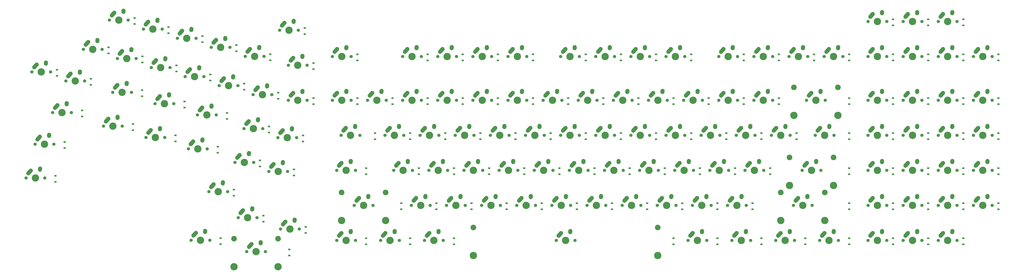
<source format=gbs>
G04 #@! TF.GenerationSoftware,KiCad,Pcbnew,(5.1.6)-1*
G04 #@! TF.CreationDate,2020-08-30T16:27:27-04:00*
G04 #@! TF.ProjectId,keyboard,6b657962-6f61-4726-942e-6b696361645f,rev?*
G04 #@! TF.SameCoordinates,Original*
G04 #@! TF.FileFunction,Soldermask,Bot*
G04 #@! TF.FilePolarity,Negative*
%FSLAX46Y46*%
G04 Gerber Fmt 4.6, Leading zero omitted, Abs format (unit mm)*
G04 Created by KiCad (PCBNEW (5.1.6)-1) date 2020-08-30 16:27:27*
%MOMM*%
%LPD*%
G01*
G04 APERTURE LIST*
%ADD10C,2.250000*%
%ADD11C,3.987800*%
%ADD12C,1.750000*%
%ADD13R,1.200000X0.900000*%
%ADD14C,3.048000*%
G04 APERTURE END LIST*
D10*
X88819126Y-154115000D03*
G36*
G01*
X86757809Y-156412345D02*
X86757809Y-156412345D01*
G75*
G02*
X86671781Y-154823683I751317J837345D01*
G01*
X87981783Y-153363683D01*
G75*
G02*
X89570445Y-153277655I837345J-751317D01*
G01*
X89570445Y-153277655D01*
G75*
G02*
X89656473Y-154866317I-751317J-837345D01*
G01*
X88346471Y-156326317D01*
G75*
G02*
X86757809Y-156412345I-837345J751317D01*
G01*
G37*
G36*
G01*
X93741723Y-154737334D02*
X93741723Y-154737334D01*
G75*
G02*
X92696792Y-153537597I77403J1122334D01*
G01*
X92736792Y-152957597D01*
G75*
G02*
X93936529Y-151912666I1122334J-77403D01*
G01*
X93936529Y-151912666D01*
G75*
G02*
X94981460Y-153112403I-77403J-1122334D01*
G01*
X94941460Y-153692403D01*
G75*
G02*
X93741723Y-154737334I-1122334J77403D01*
G01*
G37*
X93859126Y-153035000D03*
D11*
X91319126Y-158115000D03*
D12*
X86239126Y-158115000D03*
X96399126Y-158115000D03*
D13*
X99844126Y-156965000D03*
X99844126Y-160265000D03*
D10*
X107220013Y-159045503D03*
G36*
G01*
X105158696Y-161342848D02*
X105158696Y-161342848D01*
G75*
G02*
X105072668Y-159754186I751317J837345D01*
G01*
X106382670Y-158294186D01*
G75*
G02*
X107971332Y-158208158I837345J-751317D01*
G01*
X107971332Y-158208158D01*
G75*
G02*
X108057360Y-159796820I-751317J-837345D01*
G01*
X106747358Y-161256820D01*
G75*
G02*
X105158696Y-161342848I-837345J751317D01*
G01*
G37*
G36*
G01*
X112142610Y-159667837D02*
X112142610Y-159667837D01*
G75*
G02*
X111097679Y-158468100I77403J1122334D01*
G01*
X111137679Y-157888100D01*
G75*
G02*
X112337416Y-156843169I1122334J-77403D01*
G01*
X112337416Y-156843169D01*
G75*
G02*
X113382347Y-158042906I-77403J-1122334D01*
G01*
X113342347Y-158622906D01*
G75*
G02*
X112142610Y-159667837I-1122334J77403D01*
G01*
G37*
X112260013Y-157965503D03*
D11*
X109720013Y-163045503D03*
D12*
X104640013Y-163045503D03*
X114800013Y-163045503D03*
D13*
X118245013Y-161895503D03*
X118245013Y-165195503D03*
D10*
X181091686Y-159606117D03*
G36*
G01*
X179030369Y-161903462D02*
X179030369Y-161903462D01*
G75*
G02*
X178944341Y-160314800I751317J837345D01*
G01*
X180254343Y-158854800D01*
G75*
G02*
X181843005Y-158768772I837345J-751317D01*
G01*
X181843005Y-158768772D01*
G75*
G02*
X181929033Y-160357434I-751317J-837345D01*
G01*
X180619031Y-161817434D01*
G75*
G02*
X179030369Y-161903462I-837345J751317D01*
G01*
G37*
G36*
G01*
X186014283Y-160228451D02*
X186014283Y-160228451D01*
G75*
G02*
X184969352Y-159028714I77403J1122334D01*
G01*
X185009352Y-158448714D01*
G75*
G02*
X186209089Y-157403783I1122334J-77403D01*
G01*
X186209089Y-157403783D01*
G75*
G02*
X187254020Y-158603520I-77403J-1122334D01*
G01*
X187214020Y-159183520D01*
G75*
G02*
X186014283Y-160228451I-1122334J77403D01*
G01*
G37*
X186131686Y-158526117D03*
D11*
X183591686Y-163606117D03*
D12*
X178511686Y-163606117D03*
X188671686Y-163606117D03*
D13*
X192116686Y-162456117D03*
X192116686Y-165756117D03*
D10*
X500179186Y-154843617D03*
G36*
G01*
X498117869Y-157140962D02*
X498117869Y-157140962D01*
G75*
G02*
X498031841Y-155552300I751317J837345D01*
G01*
X499341843Y-154092300D01*
G75*
G02*
X500930505Y-154006272I837345J-751317D01*
G01*
X500930505Y-154006272D01*
G75*
G02*
X501016533Y-155594934I-751317J-837345D01*
G01*
X499706531Y-157054934D01*
G75*
G02*
X498117869Y-157140962I-837345J751317D01*
G01*
G37*
G36*
G01*
X505101783Y-155465951D02*
X505101783Y-155465951D01*
G75*
G02*
X504056852Y-154266214I77403J1122334D01*
G01*
X504096852Y-153686214D01*
G75*
G02*
X505296589Y-152641283I1122334J-77403D01*
G01*
X505296589Y-152641283D01*
G75*
G02*
X506341520Y-153841020I-77403J-1122334D01*
G01*
X506301520Y-154421020D01*
G75*
G02*
X505101783Y-155465951I-1122334J77403D01*
G01*
G37*
X505219186Y-153763617D03*
D11*
X502679186Y-158843617D03*
D12*
X497599186Y-158843617D03*
X507759186Y-158843617D03*
D13*
X511204186Y-157693617D03*
X511204186Y-160993617D03*
D10*
X519229186Y-154843617D03*
G36*
G01*
X517167869Y-157140962D02*
X517167869Y-157140962D01*
G75*
G02*
X517081841Y-155552300I751317J837345D01*
G01*
X518391843Y-154092300D01*
G75*
G02*
X519980505Y-154006272I837345J-751317D01*
G01*
X519980505Y-154006272D01*
G75*
G02*
X520066533Y-155594934I-751317J-837345D01*
G01*
X518756531Y-157054934D01*
G75*
G02*
X517167869Y-157140962I-837345J751317D01*
G01*
G37*
G36*
G01*
X524151783Y-155465951D02*
X524151783Y-155465951D01*
G75*
G02*
X523106852Y-154266214I77403J1122334D01*
G01*
X523146852Y-153686214D01*
G75*
G02*
X524346589Y-152641283I1122334J-77403D01*
G01*
X524346589Y-152641283D01*
G75*
G02*
X525391520Y-153841020I-77403J-1122334D01*
G01*
X525351520Y-154421020D01*
G75*
G02*
X524151783Y-155465951I-1122334J77403D01*
G01*
G37*
X524269186Y-153763617D03*
D11*
X521729186Y-158843617D03*
D12*
X516649186Y-158843617D03*
X526809186Y-158843617D03*
D13*
X530254186Y-157693617D03*
X530254186Y-160993617D03*
D10*
X538279186Y-154843617D03*
G36*
G01*
X536217869Y-157140962D02*
X536217869Y-157140962D01*
G75*
G02*
X536131841Y-155552300I751317J837345D01*
G01*
X537441843Y-154092300D01*
G75*
G02*
X539030505Y-154006272I837345J-751317D01*
G01*
X539030505Y-154006272D01*
G75*
G02*
X539116533Y-155594934I-751317J-837345D01*
G01*
X537806531Y-157054934D01*
G75*
G02*
X536217869Y-157140962I-837345J751317D01*
G01*
G37*
G36*
G01*
X543201783Y-155465951D02*
X543201783Y-155465951D01*
G75*
G02*
X542156852Y-154266214I77403J1122334D01*
G01*
X542196852Y-153686214D01*
G75*
G02*
X543396589Y-152641283I1122334J-77403D01*
G01*
X543396589Y-152641283D01*
G75*
G02*
X544441520Y-153841020I-77403J-1122334D01*
G01*
X544401520Y-154421020D01*
G75*
G02*
X543201783Y-155465951I-1122334J77403D01*
G01*
G37*
X543319186Y-153763617D03*
D11*
X540779186Y-158843617D03*
D12*
X535699186Y-158843617D03*
X545859186Y-158843617D03*
D13*
X549304186Y-157693617D03*
X549304186Y-160993617D03*
D10*
X74688179Y-170050636D03*
G36*
G01*
X72626862Y-172347981D02*
X72626862Y-172347981D01*
G75*
G02*
X72540834Y-170759319I751317J837345D01*
G01*
X73850836Y-169299319D01*
G75*
G02*
X75439498Y-169213291I837345J-751317D01*
G01*
X75439498Y-169213291D01*
G75*
G02*
X75525526Y-170801953I-751317J-837345D01*
G01*
X74215524Y-172261953D01*
G75*
G02*
X72626862Y-172347981I-837345J751317D01*
G01*
G37*
G36*
G01*
X79610776Y-170672970D02*
X79610776Y-170672970D01*
G75*
G02*
X78565845Y-169473233I77403J1122334D01*
G01*
X78605845Y-168893233D01*
G75*
G02*
X79805582Y-167848302I1122334J-77403D01*
G01*
X79805582Y-167848302D01*
G75*
G02*
X80850513Y-169048039I-77403J-1122334D01*
G01*
X80810513Y-169628039D01*
G75*
G02*
X79610776Y-170672970I-1122334J77403D01*
G01*
G37*
X79728179Y-168970636D03*
D11*
X77188179Y-174050636D03*
D12*
X72108179Y-174050636D03*
X82268179Y-174050636D03*
D13*
X85713179Y-172900636D03*
X85713179Y-176200636D03*
D10*
X93089066Y-174981138D03*
G36*
G01*
X91027749Y-177278483D02*
X91027749Y-177278483D01*
G75*
G02*
X90941721Y-175689821I751317J837345D01*
G01*
X92251723Y-174229821D01*
G75*
G02*
X93840385Y-174143793I837345J-751317D01*
G01*
X93840385Y-174143793D01*
G75*
G02*
X93926413Y-175732455I-751317J-837345D01*
G01*
X92616411Y-177192455D01*
G75*
G02*
X91027749Y-177278483I-837345J751317D01*
G01*
G37*
G36*
G01*
X98011663Y-175603472D02*
X98011663Y-175603472D01*
G75*
G02*
X96966732Y-174403735I77403J1122334D01*
G01*
X97006732Y-173823735D01*
G75*
G02*
X98206469Y-172778804I1122334J-77403D01*
G01*
X98206469Y-172778804D01*
G75*
G02*
X99251400Y-173978541I-77403J-1122334D01*
G01*
X99211400Y-174558541D01*
G75*
G02*
X98011663Y-175603472I-1122334J77403D01*
G01*
G37*
X98129066Y-173901138D03*
D11*
X95589066Y-178981138D03*
D12*
X90509066Y-178981138D03*
X100669066Y-178981138D03*
D13*
X104114066Y-177831138D03*
X104114066Y-181131138D03*
D10*
X111489953Y-179911641D03*
G36*
G01*
X109428636Y-182208986D02*
X109428636Y-182208986D01*
G75*
G02*
X109342608Y-180620324I751317J837345D01*
G01*
X110652610Y-179160324D01*
G75*
G02*
X112241272Y-179074296I837345J-751317D01*
G01*
X112241272Y-179074296D01*
G75*
G02*
X112327300Y-180662958I-751317J-837345D01*
G01*
X111017298Y-182122958D01*
G75*
G02*
X109428636Y-182208986I-837345J751317D01*
G01*
G37*
G36*
G01*
X116412550Y-180533975D02*
X116412550Y-180533975D01*
G75*
G02*
X115367619Y-179334238I77403J1122334D01*
G01*
X115407619Y-178754238D01*
G75*
G02*
X116607356Y-177709307I1122334J-77403D01*
G01*
X116607356Y-177709307D01*
G75*
G02*
X117652287Y-178909044I-77403J-1122334D01*
G01*
X117612287Y-179489044D01*
G75*
G02*
X116412550Y-180533975I-1122334J77403D01*
G01*
G37*
X116529953Y-178831641D03*
D11*
X113989953Y-183911641D03*
D12*
X108909953Y-183911641D03*
X119069953Y-183911641D03*
D13*
X122514953Y-182761641D03*
X122514953Y-186061641D03*
D10*
X125620900Y-163976006D03*
G36*
G01*
X123559583Y-166273351D02*
X123559583Y-166273351D01*
G75*
G02*
X123473555Y-164684689I751317J837345D01*
G01*
X124783557Y-163224689D01*
G75*
G02*
X126372219Y-163138661I837345J-751317D01*
G01*
X126372219Y-163138661D01*
G75*
G02*
X126458247Y-164727323I-751317J-837345D01*
G01*
X125148245Y-166187323D01*
G75*
G02*
X123559583Y-166273351I-837345J751317D01*
G01*
G37*
G36*
G01*
X130543497Y-164598340D02*
X130543497Y-164598340D01*
G75*
G02*
X129498566Y-163398603I77403J1122334D01*
G01*
X129538566Y-162818603D01*
G75*
G02*
X130738303Y-161773672I1122334J-77403D01*
G01*
X130738303Y-161773672D01*
G75*
G02*
X131783234Y-162973409I-77403J-1122334D01*
G01*
X131743234Y-163553409D01*
G75*
G02*
X130543497Y-164598340I-1122334J77403D01*
G01*
G37*
X130660900Y-162896006D03*
D11*
X128120900Y-167976006D03*
D12*
X123040900Y-167976006D03*
X133200900Y-167976006D03*
D13*
X136645900Y-166826006D03*
X136645900Y-170126006D03*
D10*
X144021787Y-168906508D03*
G36*
G01*
X141960470Y-171203853D02*
X141960470Y-171203853D01*
G75*
G02*
X141874442Y-169615191I751317J837345D01*
G01*
X143184444Y-168155191D01*
G75*
G02*
X144773106Y-168069163I837345J-751317D01*
G01*
X144773106Y-168069163D01*
G75*
G02*
X144859134Y-169657825I-751317J-837345D01*
G01*
X143549132Y-171117825D01*
G75*
G02*
X141960470Y-171203853I-837345J751317D01*
G01*
G37*
G36*
G01*
X148944384Y-169528842D02*
X148944384Y-169528842D01*
G75*
G02*
X147899453Y-168329105I77403J1122334D01*
G01*
X147939453Y-167749105D01*
G75*
G02*
X149139190Y-166704174I1122334J-77403D01*
G01*
X149139190Y-166704174D01*
G75*
G02*
X150184121Y-167903911I-77403J-1122334D01*
G01*
X150144121Y-168483911D01*
G75*
G02*
X148944384Y-169528842I-1122334J77403D01*
G01*
G37*
X149061787Y-167826508D03*
D11*
X146521787Y-172906508D03*
D12*
X141441787Y-172906508D03*
X151601787Y-172906508D03*
D13*
X155046787Y-171756508D03*
X155046787Y-175056508D03*
D10*
X162422674Y-173837011D03*
G36*
G01*
X160361357Y-176134356D02*
X160361357Y-176134356D01*
G75*
G02*
X160275329Y-174545694I751317J837345D01*
G01*
X161585331Y-173085694D01*
G75*
G02*
X163173993Y-172999666I837345J-751317D01*
G01*
X163173993Y-172999666D01*
G75*
G02*
X163260021Y-174588328I-751317J-837345D01*
G01*
X161950019Y-176048328D01*
G75*
G02*
X160361357Y-176134356I-837345J751317D01*
G01*
G37*
G36*
G01*
X167345271Y-174459345D02*
X167345271Y-174459345D01*
G75*
G02*
X166300340Y-173259608I77403J1122334D01*
G01*
X166340340Y-172679608D01*
G75*
G02*
X167540077Y-171634677I1122334J-77403D01*
G01*
X167540077Y-171634677D01*
G75*
G02*
X168585008Y-172834414I-77403J-1122334D01*
G01*
X168545008Y-173414414D01*
G75*
G02*
X167345271Y-174459345I-1122334J77403D01*
G01*
G37*
X167462674Y-172757011D03*
D11*
X164922674Y-177837011D03*
D12*
X159842674Y-177837011D03*
X170002674Y-177837011D03*
D13*
X173447674Y-176687011D03*
X173447674Y-179987011D03*
D10*
X185854186Y-178656117D03*
G36*
G01*
X183792869Y-180953462D02*
X183792869Y-180953462D01*
G75*
G02*
X183706841Y-179364800I751317J837345D01*
G01*
X185016843Y-177904800D01*
G75*
G02*
X186605505Y-177818772I837345J-751317D01*
G01*
X186605505Y-177818772D01*
G75*
G02*
X186691533Y-179407434I-751317J-837345D01*
G01*
X185381531Y-180867434D01*
G75*
G02*
X183792869Y-180953462I-837345J751317D01*
G01*
G37*
G36*
G01*
X190776783Y-179278451D02*
X190776783Y-179278451D01*
G75*
G02*
X189731852Y-178078714I77403J1122334D01*
G01*
X189771852Y-177498714D01*
G75*
G02*
X190971589Y-176453783I1122334J-77403D01*
G01*
X190971589Y-176453783D01*
G75*
G02*
X192016520Y-177653520I-77403J-1122334D01*
G01*
X191976520Y-178233520D01*
G75*
G02*
X190776783Y-179278451I-1122334J77403D01*
G01*
G37*
X190894186Y-177576117D03*
D11*
X188354186Y-182656117D03*
D12*
X183274186Y-182656117D03*
X193434186Y-182656117D03*
D13*
X196879186Y-181506117D03*
X196879186Y-184806117D03*
D10*
X209666686Y-173893617D03*
G36*
G01*
X207605369Y-176190962D02*
X207605369Y-176190962D01*
G75*
G02*
X207519341Y-174602300I751317J837345D01*
G01*
X208829343Y-173142300D01*
G75*
G02*
X210418005Y-173056272I837345J-751317D01*
G01*
X210418005Y-173056272D01*
G75*
G02*
X210504033Y-174644934I-751317J-837345D01*
G01*
X209194031Y-176104934D01*
G75*
G02*
X207605369Y-176190962I-837345J751317D01*
G01*
G37*
G36*
G01*
X214589283Y-174515951D02*
X214589283Y-174515951D01*
G75*
G02*
X213544352Y-173316214I77403J1122334D01*
G01*
X213584352Y-172736214D01*
G75*
G02*
X214784089Y-171691283I1122334J-77403D01*
G01*
X214784089Y-171691283D01*
G75*
G02*
X215829020Y-172891020I-77403J-1122334D01*
G01*
X215789020Y-173471020D01*
G75*
G02*
X214589283Y-174515951I-1122334J77403D01*
G01*
G37*
X214706686Y-172813617D03*
D11*
X212166686Y-177893617D03*
D12*
X207086686Y-177893617D03*
X217246686Y-177893617D03*
D13*
X220691686Y-176743617D03*
X220691686Y-180043617D03*
D10*
X247766686Y-173893617D03*
G36*
G01*
X245705369Y-176190962D02*
X245705369Y-176190962D01*
G75*
G02*
X245619341Y-174602300I751317J837345D01*
G01*
X246929343Y-173142300D01*
G75*
G02*
X248518005Y-173056272I837345J-751317D01*
G01*
X248518005Y-173056272D01*
G75*
G02*
X248604033Y-174644934I-751317J-837345D01*
G01*
X247294031Y-176104934D01*
G75*
G02*
X245705369Y-176190962I-837345J751317D01*
G01*
G37*
G36*
G01*
X252689283Y-174515951D02*
X252689283Y-174515951D01*
G75*
G02*
X251644352Y-173316214I77403J1122334D01*
G01*
X251684352Y-172736214D01*
G75*
G02*
X252884089Y-171691283I1122334J-77403D01*
G01*
X252884089Y-171691283D01*
G75*
G02*
X253929020Y-172891020I-77403J-1122334D01*
G01*
X253889020Y-173471020D01*
G75*
G02*
X252689283Y-174515951I-1122334J77403D01*
G01*
G37*
X252806686Y-172813617D03*
D11*
X250266686Y-177893617D03*
D12*
X245186686Y-177893617D03*
X255346686Y-177893617D03*
D13*
X258791686Y-176743617D03*
X258791686Y-180043617D03*
D10*
X266816686Y-173893617D03*
G36*
G01*
X264755369Y-176190962D02*
X264755369Y-176190962D01*
G75*
G02*
X264669341Y-174602300I751317J837345D01*
G01*
X265979343Y-173142300D01*
G75*
G02*
X267568005Y-173056272I837345J-751317D01*
G01*
X267568005Y-173056272D01*
G75*
G02*
X267654033Y-174644934I-751317J-837345D01*
G01*
X266344031Y-176104934D01*
G75*
G02*
X264755369Y-176190962I-837345J751317D01*
G01*
G37*
G36*
G01*
X271739283Y-174515951D02*
X271739283Y-174515951D01*
G75*
G02*
X270694352Y-173316214I77403J1122334D01*
G01*
X270734352Y-172736214D01*
G75*
G02*
X271934089Y-171691283I1122334J-77403D01*
G01*
X271934089Y-171691283D01*
G75*
G02*
X272979020Y-172891020I-77403J-1122334D01*
G01*
X272939020Y-173471020D01*
G75*
G02*
X271739283Y-174515951I-1122334J77403D01*
G01*
G37*
X271856686Y-172813617D03*
D11*
X269316686Y-177893617D03*
D12*
X264236686Y-177893617D03*
X274396686Y-177893617D03*
D13*
X277841686Y-176743617D03*
X277841686Y-180043617D03*
D10*
X285866686Y-173893617D03*
G36*
G01*
X283805369Y-176190962D02*
X283805369Y-176190962D01*
G75*
G02*
X283719341Y-174602300I751317J837345D01*
G01*
X285029343Y-173142300D01*
G75*
G02*
X286618005Y-173056272I837345J-751317D01*
G01*
X286618005Y-173056272D01*
G75*
G02*
X286704033Y-174644934I-751317J-837345D01*
G01*
X285394031Y-176104934D01*
G75*
G02*
X283805369Y-176190962I-837345J751317D01*
G01*
G37*
G36*
G01*
X290789283Y-174515951D02*
X290789283Y-174515951D01*
G75*
G02*
X289744352Y-173316214I77403J1122334D01*
G01*
X289784352Y-172736214D01*
G75*
G02*
X290984089Y-171691283I1122334J-77403D01*
G01*
X290984089Y-171691283D01*
G75*
G02*
X292029020Y-172891020I-77403J-1122334D01*
G01*
X291989020Y-173471020D01*
G75*
G02*
X290789283Y-174515951I-1122334J77403D01*
G01*
G37*
X290906686Y-172813617D03*
D11*
X288366686Y-177893617D03*
D12*
X283286686Y-177893617D03*
X293446686Y-177893617D03*
D13*
X296891686Y-176743617D03*
X296891686Y-180043617D03*
D10*
X304916686Y-173893617D03*
G36*
G01*
X302855369Y-176190962D02*
X302855369Y-176190962D01*
G75*
G02*
X302769341Y-174602300I751317J837345D01*
G01*
X304079343Y-173142300D01*
G75*
G02*
X305668005Y-173056272I837345J-751317D01*
G01*
X305668005Y-173056272D01*
G75*
G02*
X305754033Y-174644934I-751317J-837345D01*
G01*
X304444031Y-176104934D01*
G75*
G02*
X302855369Y-176190962I-837345J751317D01*
G01*
G37*
G36*
G01*
X309839283Y-174515951D02*
X309839283Y-174515951D01*
G75*
G02*
X308794352Y-173316214I77403J1122334D01*
G01*
X308834352Y-172736214D01*
G75*
G02*
X310034089Y-171691283I1122334J-77403D01*
G01*
X310034089Y-171691283D01*
G75*
G02*
X311079020Y-172891020I-77403J-1122334D01*
G01*
X311039020Y-173471020D01*
G75*
G02*
X309839283Y-174515951I-1122334J77403D01*
G01*
G37*
X309956686Y-172813617D03*
D11*
X307416686Y-177893617D03*
D12*
X302336686Y-177893617D03*
X312496686Y-177893617D03*
D13*
X315941686Y-176743617D03*
X315941686Y-180043617D03*
D10*
X333491686Y-173893617D03*
G36*
G01*
X331430369Y-176190962D02*
X331430369Y-176190962D01*
G75*
G02*
X331344341Y-174602300I751317J837345D01*
G01*
X332654343Y-173142300D01*
G75*
G02*
X334243005Y-173056272I837345J-751317D01*
G01*
X334243005Y-173056272D01*
G75*
G02*
X334329033Y-174644934I-751317J-837345D01*
G01*
X333019031Y-176104934D01*
G75*
G02*
X331430369Y-176190962I-837345J751317D01*
G01*
G37*
G36*
G01*
X338414283Y-174515951D02*
X338414283Y-174515951D01*
G75*
G02*
X337369352Y-173316214I77403J1122334D01*
G01*
X337409352Y-172736214D01*
G75*
G02*
X338609089Y-171691283I1122334J-77403D01*
G01*
X338609089Y-171691283D01*
G75*
G02*
X339654020Y-172891020I-77403J-1122334D01*
G01*
X339614020Y-173471020D01*
G75*
G02*
X338414283Y-174515951I-1122334J77403D01*
G01*
G37*
X338531686Y-172813617D03*
D11*
X335991686Y-177893617D03*
D12*
X330911686Y-177893617D03*
X341071686Y-177893617D03*
D13*
X344516686Y-176743617D03*
X344516686Y-180043617D03*
D10*
X352541686Y-173893617D03*
G36*
G01*
X350480369Y-176190962D02*
X350480369Y-176190962D01*
G75*
G02*
X350394341Y-174602300I751317J837345D01*
G01*
X351704343Y-173142300D01*
G75*
G02*
X353293005Y-173056272I837345J-751317D01*
G01*
X353293005Y-173056272D01*
G75*
G02*
X353379033Y-174644934I-751317J-837345D01*
G01*
X352069031Y-176104934D01*
G75*
G02*
X350480369Y-176190962I-837345J751317D01*
G01*
G37*
G36*
G01*
X357464283Y-174515951D02*
X357464283Y-174515951D01*
G75*
G02*
X356419352Y-173316214I77403J1122334D01*
G01*
X356459352Y-172736214D01*
G75*
G02*
X357659089Y-171691283I1122334J-77403D01*
G01*
X357659089Y-171691283D01*
G75*
G02*
X358704020Y-172891020I-77403J-1122334D01*
G01*
X358664020Y-173471020D01*
G75*
G02*
X357464283Y-174515951I-1122334J77403D01*
G01*
G37*
X357581686Y-172813617D03*
D11*
X355041686Y-177893617D03*
D12*
X349961686Y-177893617D03*
X360121686Y-177893617D03*
D13*
X363566686Y-176743617D03*
X363566686Y-180043617D03*
D10*
X371591686Y-173893617D03*
G36*
G01*
X369530369Y-176190962D02*
X369530369Y-176190962D01*
G75*
G02*
X369444341Y-174602300I751317J837345D01*
G01*
X370754343Y-173142300D01*
G75*
G02*
X372343005Y-173056272I837345J-751317D01*
G01*
X372343005Y-173056272D01*
G75*
G02*
X372429033Y-174644934I-751317J-837345D01*
G01*
X371119031Y-176104934D01*
G75*
G02*
X369530369Y-176190962I-837345J751317D01*
G01*
G37*
G36*
G01*
X376514283Y-174515951D02*
X376514283Y-174515951D01*
G75*
G02*
X375469352Y-173316214I77403J1122334D01*
G01*
X375509352Y-172736214D01*
G75*
G02*
X376709089Y-171691283I1122334J-77403D01*
G01*
X376709089Y-171691283D01*
G75*
G02*
X377754020Y-172891020I-77403J-1122334D01*
G01*
X377714020Y-173471020D01*
G75*
G02*
X376514283Y-174515951I-1122334J77403D01*
G01*
G37*
X376631686Y-172813617D03*
D11*
X374091686Y-177893617D03*
D12*
X369011686Y-177893617D03*
X379171686Y-177893617D03*
D13*
X382616686Y-176743617D03*
X382616686Y-180043617D03*
D10*
X390641686Y-173893617D03*
G36*
G01*
X388580369Y-176190962D02*
X388580369Y-176190962D01*
G75*
G02*
X388494341Y-174602300I751317J837345D01*
G01*
X389804343Y-173142300D01*
G75*
G02*
X391393005Y-173056272I837345J-751317D01*
G01*
X391393005Y-173056272D01*
G75*
G02*
X391479033Y-174644934I-751317J-837345D01*
G01*
X390169031Y-176104934D01*
G75*
G02*
X388580369Y-176190962I-837345J751317D01*
G01*
G37*
G36*
G01*
X395564283Y-174515951D02*
X395564283Y-174515951D01*
G75*
G02*
X394519352Y-173316214I77403J1122334D01*
G01*
X394559352Y-172736214D01*
G75*
G02*
X395759089Y-171691283I1122334J-77403D01*
G01*
X395759089Y-171691283D01*
G75*
G02*
X396804020Y-172891020I-77403J-1122334D01*
G01*
X396764020Y-173471020D01*
G75*
G02*
X395564283Y-174515951I-1122334J77403D01*
G01*
G37*
X395681686Y-172813617D03*
D11*
X393141686Y-177893617D03*
D12*
X388061686Y-177893617D03*
X398221686Y-177893617D03*
D13*
X401666686Y-176743617D03*
X401666686Y-180043617D03*
D10*
X419216686Y-173893617D03*
G36*
G01*
X417155369Y-176190962D02*
X417155369Y-176190962D01*
G75*
G02*
X417069341Y-174602300I751317J837345D01*
G01*
X418379343Y-173142300D01*
G75*
G02*
X419968005Y-173056272I837345J-751317D01*
G01*
X419968005Y-173056272D01*
G75*
G02*
X420054033Y-174644934I-751317J-837345D01*
G01*
X418744031Y-176104934D01*
G75*
G02*
X417155369Y-176190962I-837345J751317D01*
G01*
G37*
G36*
G01*
X424139283Y-174515951D02*
X424139283Y-174515951D01*
G75*
G02*
X423094352Y-173316214I77403J1122334D01*
G01*
X423134352Y-172736214D01*
G75*
G02*
X424334089Y-171691283I1122334J-77403D01*
G01*
X424334089Y-171691283D01*
G75*
G02*
X425379020Y-172891020I-77403J-1122334D01*
G01*
X425339020Y-173471020D01*
G75*
G02*
X424139283Y-174515951I-1122334J77403D01*
G01*
G37*
X424256686Y-172813617D03*
D11*
X421716686Y-177893617D03*
D12*
X416636686Y-177893617D03*
X426796686Y-177893617D03*
D13*
X430241686Y-176743617D03*
X430241686Y-180043617D03*
D10*
X438266686Y-173893617D03*
G36*
G01*
X436205369Y-176190962D02*
X436205369Y-176190962D01*
G75*
G02*
X436119341Y-174602300I751317J837345D01*
G01*
X437429343Y-173142300D01*
G75*
G02*
X439018005Y-173056272I837345J-751317D01*
G01*
X439018005Y-173056272D01*
G75*
G02*
X439104033Y-174644934I-751317J-837345D01*
G01*
X437794031Y-176104934D01*
G75*
G02*
X436205369Y-176190962I-837345J751317D01*
G01*
G37*
G36*
G01*
X443189283Y-174515951D02*
X443189283Y-174515951D01*
G75*
G02*
X442144352Y-173316214I77403J1122334D01*
G01*
X442184352Y-172736214D01*
G75*
G02*
X443384089Y-171691283I1122334J-77403D01*
G01*
X443384089Y-171691283D01*
G75*
G02*
X444429020Y-172891020I-77403J-1122334D01*
G01*
X444389020Y-173471020D01*
G75*
G02*
X443189283Y-174515951I-1122334J77403D01*
G01*
G37*
X443306686Y-172813617D03*
D11*
X440766686Y-177893617D03*
D12*
X435686686Y-177893617D03*
X445846686Y-177893617D03*
D13*
X449291686Y-176743617D03*
X449291686Y-180043617D03*
D10*
X457316686Y-173893617D03*
G36*
G01*
X455255369Y-176190962D02*
X455255369Y-176190962D01*
G75*
G02*
X455169341Y-174602300I751317J837345D01*
G01*
X456479343Y-173142300D01*
G75*
G02*
X458068005Y-173056272I837345J-751317D01*
G01*
X458068005Y-173056272D01*
G75*
G02*
X458154033Y-174644934I-751317J-837345D01*
G01*
X456844031Y-176104934D01*
G75*
G02*
X455255369Y-176190962I-837345J751317D01*
G01*
G37*
G36*
G01*
X462239283Y-174515951D02*
X462239283Y-174515951D01*
G75*
G02*
X461194352Y-173316214I77403J1122334D01*
G01*
X461234352Y-172736214D01*
G75*
G02*
X462434089Y-171691283I1122334J-77403D01*
G01*
X462434089Y-171691283D01*
G75*
G02*
X463479020Y-172891020I-77403J-1122334D01*
G01*
X463439020Y-173471020D01*
G75*
G02*
X462239283Y-174515951I-1122334J77403D01*
G01*
G37*
X462356686Y-172813617D03*
D11*
X459816686Y-177893617D03*
D12*
X454736686Y-177893617D03*
X464896686Y-177893617D03*
D13*
X468341686Y-176743617D03*
X468341686Y-180043617D03*
D10*
X476366686Y-173893617D03*
G36*
G01*
X474305369Y-176190962D02*
X474305369Y-176190962D01*
G75*
G02*
X474219341Y-174602300I751317J837345D01*
G01*
X475529343Y-173142300D01*
G75*
G02*
X477118005Y-173056272I837345J-751317D01*
G01*
X477118005Y-173056272D01*
G75*
G02*
X477204033Y-174644934I-751317J-837345D01*
G01*
X475894031Y-176104934D01*
G75*
G02*
X474305369Y-176190962I-837345J751317D01*
G01*
G37*
G36*
G01*
X481289283Y-174515951D02*
X481289283Y-174515951D01*
G75*
G02*
X480244352Y-173316214I77403J1122334D01*
G01*
X480284352Y-172736214D01*
G75*
G02*
X481484089Y-171691283I1122334J-77403D01*
G01*
X481484089Y-171691283D01*
G75*
G02*
X482529020Y-172891020I-77403J-1122334D01*
G01*
X482489020Y-173471020D01*
G75*
G02*
X481289283Y-174515951I-1122334J77403D01*
G01*
G37*
X481406686Y-172813617D03*
D11*
X478866686Y-177893617D03*
D12*
X473786686Y-177893617D03*
X483946686Y-177893617D03*
D13*
X487391686Y-176743617D03*
X487391686Y-180043617D03*
D10*
X500179186Y-173893617D03*
G36*
G01*
X498117869Y-176190962D02*
X498117869Y-176190962D01*
G75*
G02*
X498031841Y-174602300I751317J837345D01*
G01*
X499341843Y-173142300D01*
G75*
G02*
X500930505Y-173056272I837345J-751317D01*
G01*
X500930505Y-173056272D01*
G75*
G02*
X501016533Y-174644934I-751317J-837345D01*
G01*
X499706531Y-176104934D01*
G75*
G02*
X498117869Y-176190962I-837345J751317D01*
G01*
G37*
G36*
G01*
X505101783Y-174515951D02*
X505101783Y-174515951D01*
G75*
G02*
X504056852Y-173316214I77403J1122334D01*
G01*
X504096852Y-172736214D01*
G75*
G02*
X505296589Y-171691283I1122334J-77403D01*
G01*
X505296589Y-171691283D01*
G75*
G02*
X506341520Y-172891020I-77403J-1122334D01*
G01*
X506301520Y-173471020D01*
G75*
G02*
X505101783Y-174515951I-1122334J77403D01*
G01*
G37*
X505219186Y-172813617D03*
D11*
X502679186Y-177893617D03*
D12*
X497599186Y-177893617D03*
X507759186Y-177893617D03*
D13*
X511204186Y-176743617D03*
X511204186Y-180043617D03*
D10*
X519229186Y-173893617D03*
G36*
G01*
X517167869Y-176190962D02*
X517167869Y-176190962D01*
G75*
G02*
X517081841Y-174602300I751317J837345D01*
G01*
X518391843Y-173142300D01*
G75*
G02*
X519980505Y-173056272I837345J-751317D01*
G01*
X519980505Y-173056272D01*
G75*
G02*
X520066533Y-174644934I-751317J-837345D01*
G01*
X518756531Y-176104934D01*
G75*
G02*
X517167869Y-176190962I-837345J751317D01*
G01*
G37*
G36*
G01*
X524151783Y-174515951D02*
X524151783Y-174515951D01*
G75*
G02*
X523106852Y-173316214I77403J1122334D01*
G01*
X523146852Y-172736214D01*
G75*
G02*
X524346589Y-171691283I1122334J-77403D01*
G01*
X524346589Y-171691283D01*
G75*
G02*
X525391520Y-172891020I-77403J-1122334D01*
G01*
X525351520Y-173471020D01*
G75*
G02*
X524151783Y-174515951I-1122334J77403D01*
G01*
G37*
X524269186Y-172813617D03*
D11*
X521729186Y-177893617D03*
D12*
X516649186Y-177893617D03*
X526809186Y-177893617D03*
D13*
X530254186Y-176743617D03*
X530254186Y-180043617D03*
D10*
X538279186Y-173893617D03*
G36*
G01*
X536217869Y-176190962D02*
X536217869Y-176190962D01*
G75*
G02*
X536131841Y-174602300I751317J837345D01*
G01*
X537441843Y-173142300D01*
G75*
G02*
X539030505Y-173056272I837345J-751317D01*
G01*
X539030505Y-173056272D01*
G75*
G02*
X539116533Y-174644934I-751317J-837345D01*
G01*
X537806531Y-176104934D01*
G75*
G02*
X536217869Y-176190962I-837345J751317D01*
G01*
G37*
G36*
G01*
X543201783Y-174515951D02*
X543201783Y-174515951D01*
G75*
G02*
X542156852Y-173316214I77403J1122334D01*
G01*
X542196852Y-172736214D01*
G75*
G02*
X543396589Y-171691283I1122334J-77403D01*
G01*
X543396589Y-171691283D01*
G75*
G02*
X544441520Y-172891020I-77403J-1122334D01*
G01*
X544401520Y-173471020D01*
G75*
G02*
X543201783Y-174515951I-1122334J77403D01*
G01*
G37*
X543319186Y-172813617D03*
D11*
X540779186Y-177893617D03*
D12*
X535699186Y-177893617D03*
X545859186Y-177893617D03*
D13*
X549304186Y-176743617D03*
X549304186Y-180043617D03*
D10*
X557329186Y-173893617D03*
G36*
G01*
X555267869Y-176190962D02*
X555267869Y-176190962D01*
G75*
G02*
X555181841Y-174602300I751317J837345D01*
G01*
X556491843Y-173142300D01*
G75*
G02*
X558080505Y-173056272I837345J-751317D01*
G01*
X558080505Y-173056272D01*
G75*
G02*
X558166533Y-174644934I-751317J-837345D01*
G01*
X556856531Y-176104934D01*
G75*
G02*
X555267869Y-176190962I-837345J751317D01*
G01*
G37*
G36*
G01*
X562251783Y-174515951D02*
X562251783Y-174515951D01*
G75*
G02*
X561206852Y-173316214I77403J1122334D01*
G01*
X561246852Y-172736214D01*
G75*
G02*
X562446589Y-171691283I1122334J-77403D01*
G01*
X562446589Y-171691283D01*
G75*
G02*
X563491520Y-172891020I-77403J-1122334D01*
G01*
X563451520Y-173471020D01*
G75*
G02*
X562251783Y-174515951I-1122334J77403D01*
G01*
G37*
X562369186Y-172813617D03*
D11*
X559829186Y-177893617D03*
D12*
X554749186Y-177893617D03*
X564909186Y-177893617D03*
D13*
X568354186Y-176743617D03*
X568354186Y-180043617D03*
D10*
X46756568Y-182288394D03*
G36*
G01*
X44695251Y-184585739D02*
X44695251Y-184585739D01*
G75*
G02*
X44609223Y-182997077I751317J837345D01*
G01*
X45919225Y-181537077D01*
G75*
G02*
X47507887Y-181451049I837345J-751317D01*
G01*
X47507887Y-181451049D01*
G75*
G02*
X47593915Y-183039711I-751317J-837345D01*
G01*
X46283913Y-184499711D01*
G75*
G02*
X44695251Y-184585739I-837345J751317D01*
G01*
G37*
G36*
G01*
X51679165Y-182910728D02*
X51679165Y-182910728D01*
G75*
G02*
X50634234Y-181710991I77403J1122334D01*
G01*
X50674234Y-181130991D01*
G75*
G02*
X51873971Y-180086060I1122334J-77403D01*
G01*
X51873971Y-180086060D01*
G75*
G02*
X52918902Y-181285797I-77403J-1122334D01*
G01*
X52878902Y-181865797D01*
G75*
G02*
X51679165Y-182910728I-1122334J77403D01*
G01*
G37*
X51796568Y-181208394D03*
D11*
X49256568Y-186288394D03*
D12*
X44176568Y-186288394D03*
X54336568Y-186288394D03*
D13*
X57781568Y-185138394D03*
X57781568Y-188438394D03*
D10*
X65157455Y-187218897D03*
G36*
G01*
X63096138Y-189516242D02*
X63096138Y-189516242D01*
G75*
G02*
X63010110Y-187927580I751317J837345D01*
G01*
X64320112Y-186467580D01*
G75*
G02*
X65908774Y-186381552I837345J-751317D01*
G01*
X65908774Y-186381552D01*
G75*
G02*
X65994802Y-187970214I-751317J-837345D01*
G01*
X64684800Y-189430214D01*
G75*
G02*
X63096138Y-189516242I-837345J751317D01*
G01*
G37*
G36*
G01*
X70080052Y-187841231D02*
X70080052Y-187841231D01*
G75*
G02*
X69035121Y-186641494I77403J1122334D01*
G01*
X69075121Y-186061494D01*
G75*
G02*
X70274858Y-185016563I1122334J-77403D01*
G01*
X70274858Y-185016563D01*
G75*
G02*
X71319789Y-186216300I-77403J-1122334D01*
G01*
X71279789Y-186796300D01*
G75*
G02*
X70080052Y-187841231I-1122334J77403D01*
G01*
G37*
X70197455Y-186138897D03*
D11*
X67657455Y-191218897D03*
D12*
X62577455Y-191218897D03*
X72737455Y-191218897D03*
D13*
X76182455Y-190068897D03*
X76182455Y-193368897D03*
D10*
X90539813Y-193382025D03*
G36*
G01*
X88478496Y-195679370D02*
X88478496Y-195679370D01*
G75*
G02*
X88392468Y-194090708I751317J837345D01*
G01*
X89702470Y-192630708D01*
G75*
G02*
X91291132Y-192544680I837345J-751317D01*
G01*
X91291132Y-192544680D01*
G75*
G02*
X91377160Y-194133342I-751317J-837345D01*
G01*
X90067158Y-195593342D01*
G75*
G02*
X88478496Y-195679370I-837345J751317D01*
G01*
G37*
G36*
G01*
X95462410Y-194004359D02*
X95462410Y-194004359D01*
G75*
G02*
X94417479Y-192804622I77403J1122334D01*
G01*
X94457479Y-192224622D01*
G75*
G02*
X95657216Y-191179691I1122334J-77403D01*
G01*
X95657216Y-191179691D01*
G75*
G02*
X96702147Y-192379428I-77403J-1122334D01*
G01*
X96662147Y-192959428D01*
G75*
G02*
X95462410Y-194004359I-1122334J77403D01*
G01*
G37*
X95579813Y-192302025D03*
D11*
X93039813Y-197382025D03*
D12*
X87959813Y-197382025D03*
X98119813Y-197382025D03*
D13*
X103946063Y-196232025D03*
X103946063Y-199532025D03*
D10*
X129890840Y-184842144D03*
G36*
G01*
X127829523Y-187139489D02*
X127829523Y-187139489D01*
G75*
G02*
X127743495Y-185550827I751317J837345D01*
G01*
X129053497Y-184090827D01*
G75*
G02*
X130642159Y-184004799I837345J-751317D01*
G01*
X130642159Y-184004799D01*
G75*
G02*
X130728187Y-185593461I-751317J-837345D01*
G01*
X129418185Y-187053461D01*
G75*
G02*
X127829523Y-187139489I-837345J751317D01*
G01*
G37*
G36*
G01*
X134813437Y-185464478D02*
X134813437Y-185464478D01*
G75*
G02*
X133768506Y-184264741I77403J1122334D01*
G01*
X133808506Y-183684741D01*
G75*
G02*
X135008243Y-182639810I1122334J-77403D01*
G01*
X135008243Y-182639810D01*
G75*
G02*
X136053174Y-183839547I-77403J-1122334D01*
G01*
X136013174Y-184419547D01*
G75*
G02*
X134813437Y-185464478I-1122334J77403D01*
G01*
G37*
X134930840Y-183762144D03*
D11*
X132390840Y-188842144D03*
D12*
X127310840Y-188842144D03*
X137470840Y-188842144D03*
D13*
X140915840Y-187692144D03*
X140915840Y-190992144D03*
D10*
X148291727Y-189772647D03*
G36*
G01*
X146230410Y-192069992D02*
X146230410Y-192069992D01*
G75*
G02*
X146144382Y-190481330I751317J837345D01*
G01*
X147454384Y-189021330D01*
G75*
G02*
X149043046Y-188935302I837345J-751317D01*
G01*
X149043046Y-188935302D01*
G75*
G02*
X149129074Y-190523964I-751317J-837345D01*
G01*
X147819072Y-191983964D01*
G75*
G02*
X146230410Y-192069992I-837345J751317D01*
G01*
G37*
G36*
G01*
X153214324Y-190394981D02*
X153214324Y-190394981D01*
G75*
G02*
X152169393Y-189195244I77403J1122334D01*
G01*
X152209393Y-188615244D01*
G75*
G02*
X153409130Y-187570313I1122334J-77403D01*
G01*
X153409130Y-187570313D01*
G75*
G02*
X154454061Y-188770050I-77403J-1122334D01*
G01*
X154414061Y-189350050D01*
G75*
G02*
X153214324Y-190394981I-1122334J77403D01*
G01*
G37*
X153331727Y-188692647D03*
D11*
X150791727Y-193772647D03*
D12*
X145711727Y-193772647D03*
X155871727Y-193772647D03*
D13*
X159316727Y-192622647D03*
X159316727Y-195922647D03*
D10*
X166692614Y-194703150D03*
G36*
G01*
X164631297Y-197000495D02*
X164631297Y-197000495D01*
G75*
G02*
X164545269Y-195411833I751317J837345D01*
G01*
X165855271Y-193951833D01*
G75*
G02*
X167443933Y-193865805I837345J-751317D01*
G01*
X167443933Y-193865805D01*
G75*
G02*
X167529961Y-195454467I-751317J-837345D01*
G01*
X166219959Y-196914467D01*
G75*
G02*
X164631297Y-197000495I-837345J751317D01*
G01*
G37*
G36*
G01*
X171615211Y-195325484D02*
X171615211Y-195325484D01*
G75*
G02*
X170570280Y-194125747I77403J1122334D01*
G01*
X170610280Y-193545747D01*
G75*
G02*
X171810017Y-192500816I1122334J-77403D01*
G01*
X171810017Y-192500816D01*
G75*
G02*
X172854948Y-193700553I-77403J-1122334D01*
G01*
X172814948Y-194280553D01*
G75*
G02*
X171615211Y-195325484I-1122334J77403D01*
G01*
G37*
X171732614Y-193623150D03*
D11*
X169192614Y-198703150D03*
D12*
X164112614Y-198703150D03*
X174272614Y-198703150D03*
D13*
X177717614Y-197553150D03*
X177717614Y-200853150D03*
D10*
X185854186Y-197706117D03*
G36*
G01*
X183792869Y-200003462D02*
X183792869Y-200003462D01*
G75*
G02*
X183706841Y-198414800I751317J837345D01*
G01*
X185016843Y-196954800D01*
G75*
G02*
X186605505Y-196868772I837345J-751317D01*
G01*
X186605505Y-196868772D01*
G75*
G02*
X186691533Y-198457434I-751317J-837345D01*
G01*
X185381531Y-199917434D01*
G75*
G02*
X183792869Y-200003462I-837345J751317D01*
G01*
G37*
G36*
G01*
X190776783Y-198328451D02*
X190776783Y-198328451D01*
G75*
G02*
X189731852Y-197128714I77403J1122334D01*
G01*
X189771852Y-196548714D01*
G75*
G02*
X190971589Y-195503783I1122334J-77403D01*
G01*
X190971589Y-195503783D01*
G75*
G02*
X192016520Y-196703520I-77403J-1122334D01*
G01*
X191976520Y-197283520D01*
G75*
G02*
X190776783Y-198328451I-1122334J77403D01*
G01*
G37*
X190894186Y-196626117D03*
D11*
X188354186Y-201706117D03*
D12*
X183274186Y-201706117D03*
X193434186Y-201706117D03*
D13*
X196879186Y-200556117D03*
X196879186Y-203856117D03*
D10*
X209666686Y-197706117D03*
G36*
G01*
X207605369Y-200003462D02*
X207605369Y-200003462D01*
G75*
G02*
X207519341Y-198414800I751317J837345D01*
G01*
X208829343Y-196954800D01*
G75*
G02*
X210418005Y-196868772I837345J-751317D01*
G01*
X210418005Y-196868772D01*
G75*
G02*
X210504033Y-198457434I-751317J-837345D01*
G01*
X209194031Y-199917434D01*
G75*
G02*
X207605369Y-200003462I-837345J751317D01*
G01*
G37*
G36*
G01*
X214589283Y-198328451D02*
X214589283Y-198328451D01*
G75*
G02*
X213544352Y-197128714I77403J1122334D01*
G01*
X213584352Y-196548714D01*
G75*
G02*
X214784089Y-195503783I1122334J-77403D01*
G01*
X214784089Y-195503783D01*
G75*
G02*
X215829020Y-196703520I-77403J-1122334D01*
G01*
X215789020Y-197283520D01*
G75*
G02*
X214589283Y-198328451I-1122334J77403D01*
G01*
G37*
X214706686Y-196626117D03*
D11*
X212166686Y-201706117D03*
D12*
X207086686Y-201706117D03*
X217246686Y-201706117D03*
D13*
X220691686Y-200556117D03*
X220691686Y-203856117D03*
D10*
X228716686Y-197706117D03*
G36*
G01*
X226655369Y-200003462D02*
X226655369Y-200003462D01*
G75*
G02*
X226569341Y-198414800I751317J837345D01*
G01*
X227879343Y-196954800D01*
G75*
G02*
X229468005Y-196868772I837345J-751317D01*
G01*
X229468005Y-196868772D01*
G75*
G02*
X229554033Y-198457434I-751317J-837345D01*
G01*
X228244031Y-199917434D01*
G75*
G02*
X226655369Y-200003462I-837345J751317D01*
G01*
G37*
G36*
G01*
X233639283Y-198328451D02*
X233639283Y-198328451D01*
G75*
G02*
X232594352Y-197128714I77403J1122334D01*
G01*
X232634352Y-196548714D01*
G75*
G02*
X233834089Y-195503783I1122334J-77403D01*
G01*
X233834089Y-195503783D01*
G75*
G02*
X234879020Y-196703520I-77403J-1122334D01*
G01*
X234839020Y-197283520D01*
G75*
G02*
X233639283Y-198328451I-1122334J77403D01*
G01*
G37*
X233756686Y-196626117D03*
D11*
X231216686Y-201706117D03*
D12*
X226136686Y-201706117D03*
X236296686Y-201706117D03*
D13*
X239741686Y-200556117D03*
X239741686Y-203856117D03*
D10*
X247766686Y-197706117D03*
G36*
G01*
X245705369Y-200003462D02*
X245705369Y-200003462D01*
G75*
G02*
X245619341Y-198414800I751317J837345D01*
G01*
X246929343Y-196954800D01*
G75*
G02*
X248518005Y-196868772I837345J-751317D01*
G01*
X248518005Y-196868772D01*
G75*
G02*
X248604033Y-198457434I-751317J-837345D01*
G01*
X247294031Y-199917434D01*
G75*
G02*
X245705369Y-200003462I-837345J751317D01*
G01*
G37*
G36*
G01*
X252689283Y-198328451D02*
X252689283Y-198328451D01*
G75*
G02*
X251644352Y-197128714I77403J1122334D01*
G01*
X251684352Y-196548714D01*
G75*
G02*
X252884089Y-195503783I1122334J-77403D01*
G01*
X252884089Y-195503783D01*
G75*
G02*
X253929020Y-196703520I-77403J-1122334D01*
G01*
X253889020Y-197283520D01*
G75*
G02*
X252689283Y-198328451I-1122334J77403D01*
G01*
G37*
X252806686Y-196626117D03*
D11*
X250266686Y-201706117D03*
D12*
X245186686Y-201706117D03*
X255346686Y-201706117D03*
D13*
X258791686Y-200556117D03*
X258791686Y-203856117D03*
D10*
X266816686Y-197706117D03*
G36*
G01*
X264755369Y-200003462D02*
X264755369Y-200003462D01*
G75*
G02*
X264669341Y-198414800I751317J837345D01*
G01*
X265979343Y-196954800D01*
G75*
G02*
X267568005Y-196868772I837345J-751317D01*
G01*
X267568005Y-196868772D01*
G75*
G02*
X267654033Y-198457434I-751317J-837345D01*
G01*
X266344031Y-199917434D01*
G75*
G02*
X264755369Y-200003462I-837345J751317D01*
G01*
G37*
G36*
G01*
X271739283Y-198328451D02*
X271739283Y-198328451D01*
G75*
G02*
X270694352Y-197128714I77403J1122334D01*
G01*
X270734352Y-196548714D01*
G75*
G02*
X271934089Y-195503783I1122334J-77403D01*
G01*
X271934089Y-195503783D01*
G75*
G02*
X272979020Y-196703520I-77403J-1122334D01*
G01*
X272939020Y-197283520D01*
G75*
G02*
X271739283Y-198328451I-1122334J77403D01*
G01*
G37*
X271856686Y-196626117D03*
D11*
X269316686Y-201706117D03*
D12*
X264236686Y-201706117D03*
X274396686Y-201706117D03*
D13*
X277841686Y-200556117D03*
X277841686Y-203856117D03*
D10*
X285866686Y-197706117D03*
G36*
G01*
X283805369Y-200003462D02*
X283805369Y-200003462D01*
G75*
G02*
X283719341Y-198414800I751317J837345D01*
G01*
X285029343Y-196954800D01*
G75*
G02*
X286618005Y-196868772I837345J-751317D01*
G01*
X286618005Y-196868772D01*
G75*
G02*
X286704033Y-198457434I-751317J-837345D01*
G01*
X285394031Y-199917434D01*
G75*
G02*
X283805369Y-200003462I-837345J751317D01*
G01*
G37*
G36*
G01*
X290789283Y-198328451D02*
X290789283Y-198328451D01*
G75*
G02*
X289744352Y-197128714I77403J1122334D01*
G01*
X289784352Y-196548714D01*
G75*
G02*
X290984089Y-195503783I1122334J-77403D01*
G01*
X290984089Y-195503783D01*
G75*
G02*
X292029020Y-196703520I-77403J-1122334D01*
G01*
X291989020Y-197283520D01*
G75*
G02*
X290789283Y-198328451I-1122334J77403D01*
G01*
G37*
X290906686Y-196626117D03*
D11*
X288366686Y-201706117D03*
D12*
X283286686Y-201706117D03*
X293446686Y-201706117D03*
D13*
X296891686Y-200556117D03*
X296891686Y-203856117D03*
D10*
X304916686Y-197706117D03*
G36*
G01*
X302855369Y-200003462D02*
X302855369Y-200003462D01*
G75*
G02*
X302769341Y-198414800I751317J837345D01*
G01*
X304079343Y-196954800D01*
G75*
G02*
X305668005Y-196868772I837345J-751317D01*
G01*
X305668005Y-196868772D01*
G75*
G02*
X305754033Y-198457434I-751317J-837345D01*
G01*
X304444031Y-199917434D01*
G75*
G02*
X302855369Y-200003462I-837345J751317D01*
G01*
G37*
G36*
G01*
X309839283Y-198328451D02*
X309839283Y-198328451D01*
G75*
G02*
X308794352Y-197128714I77403J1122334D01*
G01*
X308834352Y-196548714D01*
G75*
G02*
X310034089Y-195503783I1122334J-77403D01*
G01*
X310034089Y-195503783D01*
G75*
G02*
X311079020Y-196703520I-77403J-1122334D01*
G01*
X311039020Y-197283520D01*
G75*
G02*
X309839283Y-198328451I-1122334J77403D01*
G01*
G37*
X309956686Y-196626117D03*
D11*
X307416686Y-201706117D03*
D12*
X302336686Y-201706117D03*
X312496686Y-201706117D03*
D13*
X315941686Y-200556117D03*
X315941686Y-203856117D03*
D10*
X323966686Y-197706117D03*
G36*
G01*
X321905369Y-200003462D02*
X321905369Y-200003462D01*
G75*
G02*
X321819341Y-198414800I751317J837345D01*
G01*
X323129343Y-196954800D01*
G75*
G02*
X324718005Y-196868772I837345J-751317D01*
G01*
X324718005Y-196868772D01*
G75*
G02*
X324804033Y-198457434I-751317J-837345D01*
G01*
X323494031Y-199917434D01*
G75*
G02*
X321905369Y-200003462I-837345J751317D01*
G01*
G37*
G36*
G01*
X328889283Y-198328451D02*
X328889283Y-198328451D01*
G75*
G02*
X327844352Y-197128714I77403J1122334D01*
G01*
X327884352Y-196548714D01*
G75*
G02*
X329084089Y-195503783I1122334J-77403D01*
G01*
X329084089Y-195503783D01*
G75*
G02*
X330129020Y-196703520I-77403J-1122334D01*
G01*
X330089020Y-197283520D01*
G75*
G02*
X328889283Y-198328451I-1122334J77403D01*
G01*
G37*
X329006686Y-196626117D03*
D11*
X326466686Y-201706117D03*
D12*
X321386686Y-201706117D03*
X331546686Y-201706117D03*
D13*
X334991686Y-200556117D03*
X334991686Y-203856117D03*
D10*
X343016686Y-197706117D03*
G36*
G01*
X340955369Y-200003462D02*
X340955369Y-200003462D01*
G75*
G02*
X340869341Y-198414800I751317J837345D01*
G01*
X342179343Y-196954800D01*
G75*
G02*
X343768005Y-196868772I837345J-751317D01*
G01*
X343768005Y-196868772D01*
G75*
G02*
X343854033Y-198457434I-751317J-837345D01*
G01*
X342544031Y-199917434D01*
G75*
G02*
X340955369Y-200003462I-837345J751317D01*
G01*
G37*
G36*
G01*
X347939283Y-198328451D02*
X347939283Y-198328451D01*
G75*
G02*
X346894352Y-197128714I77403J1122334D01*
G01*
X346934352Y-196548714D01*
G75*
G02*
X348134089Y-195503783I1122334J-77403D01*
G01*
X348134089Y-195503783D01*
G75*
G02*
X349179020Y-196703520I-77403J-1122334D01*
G01*
X349139020Y-197283520D01*
G75*
G02*
X347939283Y-198328451I-1122334J77403D01*
G01*
G37*
X348056686Y-196626117D03*
D11*
X345516686Y-201706117D03*
D12*
X340436686Y-201706117D03*
X350596686Y-201706117D03*
D13*
X354041686Y-200556117D03*
X354041686Y-203856117D03*
D10*
X362066686Y-197706117D03*
G36*
G01*
X360005369Y-200003462D02*
X360005369Y-200003462D01*
G75*
G02*
X359919341Y-198414800I751317J837345D01*
G01*
X361229343Y-196954800D01*
G75*
G02*
X362818005Y-196868772I837345J-751317D01*
G01*
X362818005Y-196868772D01*
G75*
G02*
X362904033Y-198457434I-751317J-837345D01*
G01*
X361594031Y-199917434D01*
G75*
G02*
X360005369Y-200003462I-837345J751317D01*
G01*
G37*
G36*
G01*
X366989283Y-198328451D02*
X366989283Y-198328451D01*
G75*
G02*
X365944352Y-197128714I77403J1122334D01*
G01*
X365984352Y-196548714D01*
G75*
G02*
X367184089Y-195503783I1122334J-77403D01*
G01*
X367184089Y-195503783D01*
G75*
G02*
X368229020Y-196703520I-77403J-1122334D01*
G01*
X368189020Y-197283520D01*
G75*
G02*
X366989283Y-198328451I-1122334J77403D01*
G01*
G37*
X367106686Y-196626117D03*
D11*
X364566686Y-201706117D03*
D12*
X359486686Y-201706117D03*
X369646686Y-201706117D03*
D13*
X373091686Y-200556117D03*
X373091686Y-203856117D03*
D10*
X381116686Y-197706117D03*
G36*
G01*
X379055369Y-200003462D02*
X379055369Y-200003462D01*
G75*
G02*
X378969341Y-198414800I751317J837345D01*
G01*
X380279343Y-196954800D01*
G75*
G02*
X381868005Y-196868772I837345J-751317D01*
G01*
X381868005Y-196868772D01*
G75*
G02*
X381954033Y-198457434I-751317J-837345D01*
G01*
X380644031Y-199917434D01*
G75*
G02*
X379055369Y-200003462I-837345J751317D01*
G01*
G37*
G36*
G01*
X386039283Y-198328451D02*
X386039283Y-198328451D01*
G75*
G02*
X384994352Y-197128714I77403J1122334D01*
G01*
X385034352Y-196548714D01*
G75*
G02*
X386234089Y-195503783I1122334J-77403D01*
G01*
X386234089Y-195503783D01*
G75*
G02*
X387279020Y-196703520I-77403J-1122334D01*
G01*
X387239020Y-197283520D01*
G75*
G02*
X386039283Y-198328451I-1122334J77403D01*
G01*
G37*
X386156686Y-196626117D03*
D11*
X383616686Y-201706117D03*
D12*
X378536686Y-201706117D03*
X388696686Y-201706117D03*
D13*
X392141686Y-200556117D03*
X392141686Y-203856117D03*
D10*
X400166686Y-197706117D03*
G36*
G01*
X398105369Y-200003462D02*
X398105369Y-200003462D01*
G75*
G02*
X398019341Y-198414800I751317J837345D01*
G01*
X399329343Y-196954800D01*
G75*
G02*
X400918005Y-196868772I837345J-751317D01*
G01*
X400918005Y-196868772D01*
G75*
G02*
X401004033Y-198457434I-751317J-837345D01*
G01*
X399694031Y-199917434D01*
G75*
G02*
X398105369Y-200003462I-837345J751317D01*
G01*
G37*
G36*
G01*
X405089283Y-198328451D02*
X405089283Y-198328451D01*
G75*
G02*
X404044352Y-197128714I77403J1122334D01*
G01*
X404084352Y-196548714D01*
G75*
G02*
X405284089Y-195503783I1122334J-77403D01*
G01*
X405284089Y-195503783D01*
G75*
G02*
X406329020Y-196703520I-77403J-1122334D01*
G01*
X406289020Y-197283520D01*
G75*
G02*
X405089283Y-198328451I-1122334J77403D01*
G01*
G37*
X405206686Y-196626117D03*
D11*
X402666686Y-201706117D03*
D12*
X397586686Y-201706117D03*
X407746686Y-201706117D03*
D13*
X411191686Y-200556117D03*
X411191686Y-203856117D03*
D10*
X419216686Y-197706117D03*
G36*
G01*
X417155369Y-200003462D02*
X417155369Y-200003462D01*
G75*
G02*
X417069341Y-198414800I751317J837345D01*
G01*
X418379343Y-196954800D01*
G75*
G02*
X419968005Y-196868772I837345J-751317D01*
G01*
X419968005Y-196868772D01*
G75*
G02*
X420054033Y-198457434I-751317J-837345D01*
G01*
X418744031Y-199917434D01*
G75*
G02*
X417155369Y-200003462I-837345J751317D01*
G01*
G37*
G36*
G01*
X424139283Y-198328451D02*
X424139283Y-198328451D01*
G75*
G02*
X423094352Y-197128714I77403J1122334D01*
G01*
X423134352Y-196548714D01*
G75*
G02*
X424334089Y-195503783I1122334J-77403D01*
G01*
X424334089Y-195503783D01*
G75*
G02*
X425379020Y-196703520I-77403J-1122334D01*
G01*
X425339020Y-197283520D01*
G75*
G02*
X424139283Y-198328451I-1122334J77403D01*
G01*
G37*
X424256686Y-196626117D03*
D11*
X421716686Y-201706117D03*
D12*
X416636686Y-201706117D03*
X426796686Y-201706117D03*
D13*
X430241686Y-200556117D03*
X430241686Y-203856117D03*
D10*
X438266686Y-197706117D03*
G36*
G01*
X436205369Y-200003462D02*
X436205369Y-200003462D01*
G75*
G02*
X436119341Y-198414800I751317J837345D01*
G01*
X437429343Y-196954800D01*
G75*
G02*
X439018005Y-196868772I837345J-751317D01*
G01*
X439018005Y-196868772D01*
G75*
G02*
X439104033Y-198457434I-751317J-837345D01*
G01*
X437794031Y-199917434D01*
G75*
G02*
X436205369Y-200003462I-837345J751317D01*
G01*
G37*
G36*
G01*
X443189283Y-198328451D02*
X443189283Y-198328451D01*
G75*
G02*
X442144352Y-197128714I77403J1122334D01*
G01*
X442184352Y-196548714D01*
G75*
G02*
X443384089Y-195503783I1122334J-77403D01*
G01*
X443384089Y-195503783D01*
G75*
G02*
X444429020Y-196703520I-77403J-1122334D01*
G01*
X444389020Y-197283520D01*
G75*
G02*
X443189283Y-198328451I-1122334J77403D01*
G01*
G37*
X443306686Y-196626117D03*
D11*
X440766686Y-201706117D03*
D12*
X435686686Y-201706117D03*
X445846686Y-201706117D03*
D13*
X449291686Y-200556117D03*
X449291686Y-203856117D03*
D10*
X466841686Y-197706117D03*
G36*
G01*
X464780369Y-200003462D02*
X464780369Y-200003462D01*
G75*
G02*
X464694341Y-198414800I751317J837345D01*
G01*
X466004343Y-196954800D01*
G75*
G02*
X467593005Y-196868772I837345J-751317D01*
G01*
X467593005Y-196868772D01*
G75*
G02*
X467679033Y-198457434I-751317J-837345D01*
G01*
X466369031Y-199917434D01*
G75*
G02*
X464780369Y-200003462I-837345J751317D01*
G01*
G37*
G36*
G01*
X471764283Y-198328451D02*
X471764283Y-198328451D01*
G75*
G02*
X470719352Y-197128714I77403J1122334D01*
G01*
X470759352Y-196548714D01*
G75*
G02*
X471959089Y-195503783I1122334J-77403D01*
G01*
X471959089Y-195503783D01*
G75*
G02*
X473004020Y-196703520I-77403J-1122334D01*
G01*
X472964020Y-197283520D01*
G75*
G02*
X471764283Y-198328451I-1122334J77403D01*
G01*
G37*
X471881686Y-196626117D03*
D11*
X469341686Y-201706117D03*
D12*
X464261686Y-201706117D03*
X474421686Y-201706117D03*
D14*
X457403686Y-194721117D03*
X481279686Y-194721117D03*
D11*
X457403686Y-209961117D03*
X481279686Y-209961117D03*
D13*
X487391686Y-200556117D03*
X487391686Y-203856117D03*
D10*
X500179186Y-197706117D03*
G36*
G01*
X498117869Y-200003462D02*
X498117869Y-200003462D01*
G75*
G02*
X498031841Y-198414800I751317J837345D01*
G01*
X499341843Y-196954800D01*
G75*
G02*
X500930505Y-196868772I837345J-751317D01*
G01*
X500930505Y-196868772D01*
G75*
G02*
X501016533Y-198457434I-751317J-837345D01*
G01*
X499706531Y-199917434D01*
G75*
G02*
X498117869Y-200003462I-837345J751317D01*
G01*
G37*
G36*
G01*
X505101783Y-198328451D02*
X505101783Y-198328451D01*
G75*
G02*
X504056852Y-197128714I77403J1122334D01*
G01*
X504096852Y-196548714D01*
G75*
G02*
X505296589Y-195503783I1122334J-77403D01*
G01*
X505296589Y-195503783D01*
G75*
G02*
X506341520Y-196703520I-77403J-1122334D01*
G01*
X506301520Y-197283520D01*
G75*
G02*
X505101783Y-198328451I-1122334J77403D01*
G01*
G37*
X505219186Y-196626117D03*
D11*
X502679186Y-201706117D03*
D12*
X497599186Y-201706117D03*
X507759186Y-201706117D03*
D13*
X511204186Y-200556117D03*
X511204186Y-203856117D03*
D10*
X519229186Y-197706117D03*
G36*
G01*
X517167869Y-200003462D02*
X517167869Y-200003462D01*
G75*
G02*
X517081841Y-198414800I751317J837345D01*
G01*
X518391843Y-196954800D01*
G75*
G02*
X519980505Y-196868772I837345J-751317D01*
G01*
X519980505Y-196868772D01*
G75*
G02*
X520066533Y-198457434I-751317J-837345D01*
G01*
X518756531Y-199917434D01*
G75*
G02*
X517167869Y-200003462I-837345J751317D01*
G01*
G37*
G36*
G01*
X524151783Y-198328451D02*
X524151783Y-198328451D01*
G75*
G02*
X523106852Y-197128714I77403J1122334D01*
G01*
X523146852Y-196548714D01*
G75*
G02*
X524346589Y-195503783I1122334J-77403D01*
G01*
X524346589Y-195503783D01*
G75*
G02*
X525391520Y-196703520I-77403J-1122334D01*
G01*
X525351520Y-197283520D01*
G75*
G02*
X524151783Y-198328451I-1122334J77403D01*
G01*
G37*
X524269186Y-196626117D03*
D11*
X521729186Y-201706117D03*
D12*
X516649186Y-201706117D03*
X526809186Y-201706117D03*
D13*
X530254186Y-200556117D03*
X530254186Y-203856117D03*
D10*
X538279186Y-197706117D03*
G36*
G01*
X536217869Y-200003462D02*
X536217869Y-200003462D01*
G75*
G02*
X536131841Y-198414800I751317J837345D01*
G01*
X537441843Y-196954800D01*
G75*
G02*
X539030505Y-196868772I837345J-751317D01*
G01*
X539030505Y-196868772D01*
G75*
G02*
X539116533Y-198457434I-751317J-837345D01*
G01*
X537806531Y-199917434D01*
G75*
G02*
X536217869Y-200003462I-837345J751317D01*
G01*
G37*
G36*
G01*
X543201783Y-198328451D02*
X543201783Y-198328451D01*
G75*
G02*
X542156852Y-197128714I77403J1122334D01*
G01*
X542196852Y-196548714D01*
G75*
G02*
X543396589Y-195503783I1122334J-77403D01*
G01*
X543396589Y-195503783D01*
G75*
G02*
X544441520Y-196703520I-77403J-1122334D01*
G01*
X544401520Y-197283520D01*
G75*
G02*
X543201783Y-198328451I-1122334J77403D01*
G01*
G37*
X543319186Y-196626117D03*
D11*
X540779186Y-201706117D03*
D12*
X535699186Y-201706117D03*
X545859186Y-201706117D03*
D13*
X549304186Y-200556117D03*
X549304186Y-203856117D03*
D10*
X557329186Y-197706117D03*
G36*
G01*
X555267869Y-200003462D02*
X555267869Y-200003462D01*
G75*
G02*
X555181841Y-198414800I751317J837345D01*
G01*
X556491843Y-196954800D01*
G75*
G02*
X558080505Y-196868772I837345J-751317D01*
G01*
X558080505Y-196868772D01*
G75*
G02*
X558166533Y-198457434I-751317J-837345D01*
G01*
X556856531Y-199917434D01*
G75*
G02*
X555267869Y-200003462I-837345J751317D01*
G01*
G37*
G36*
G01*
X562251783Y-198328451D02*
X562251783Y-198328451D01*
G75*
G02*
X561206852Y-197128714I77403J1122334D01*
G01*
X561246852Y-196548714D01*
G75*
G02*
X562446589Y-195503783I1122334J-77403D01*
G01*
X562446589Y-195503783D01*
G75*
G02*
X563491520Y-196703520I-77403J-1122334D01*
G01*
X563451520Y-197283520D01*
G75*
G02*
X562251783Y-198328451I-1122334J77403D01*
G01*
G37*
X562369186Y-196626117D03*
D11*
X559829186Y-201706117D03*
D12*
X554749186Y-201706117D03*
X564909186Y-201706117D03*
D13*
X568354186Y-200556117D03*
X568354186Y-203856117D03*
D10*
X58007980Y-204387158D03*
G36*
G01*
X55946663Y-206684503D02*
X55946663Y-206684503D01*
G75*
G02*
X55860635Y-205095841I751317J837345D01*
G01*
X57170637Y-203635841D01*
G75*
G02*
X58759299Y-203549813I837345J-751317D01*
G01*
X58759299Y-203549813D01*
G75*
G02*
X58845327Y-205138475I-751317J-837345D01*
G01*
X57535325Y-206598475D01*
G75*
G02*
X55946663Y-206684503I-837345J751317D01*
G01*
G37*
G36*
G01*
X62930577Y-205009492D02*
X62930577Y-205009492D01*
G75*
G02*
X61885646Y-203809755I77403J1122334D01*
G01*
X61925646Y-203229755D01*
G75*
G02*
X63125383Y-202184824I1122334J-77403D01*
G01*
X63125383Y-202184824D01*
G75*
G02*
X64170314Y-203384561I-77403J-1122334D01*
G01*
X64130314Y-203964561D01*
G75*
G02*
X62930577Y-205009492I-1122334J77403D01*
G01*
G37*
X63047980Y-203307158D03*
D11*
X60507980Y-208387158D03*
D12*
X55427980Y-208387158D03*
X65587980Y-208387158D03*
D13*
X71414230Y-207237158D03*
X71414230Y-210537158D03*
D10*
X85609311Y-211782912D03*
G36*
G01*
X83547994Y-214080257D02*
X83547994Y-214080257D01*
G75*
G02*
X83461966Y-212491595I751317J837345D01*
G01*
X84771968Y-211031595D01*
G75*
G02*
X86360630Y-210945567I837345J-751317D01*
G01*
X86360630Y-210945567D01*
G75*
G02*
X86446658Y-212534229I-751317J-837345D01*
G01*
X85136656Y-213994229D01*
G75*
G02*
X83547994Y-214080257I-837345J751317D01*
G01*
G37*
G36*
G01*
X90531908Y-212405246D02*
X90531908Y-212405246D01*
G75*
G02*
X89486977Y-211205509I77403J1122334D01*
G01*
X89526977Y-210625509D01*
G75*
G02*
X90726714Y-209580578I1122334J-77403D01*
G01*
X90726714Y-209580578D01*
G75*
G02*
X91771645Y-210780315I-77403J-1122334D01*
G01*
X91731645Y-211360315D01*
G75*
G02*
X90531908Y-212405246I-1122334J77403D01*
G01*
G37*
X90649311Y-210702912D03*
D11*
X88109311Y-215782912D03*
D12*
X83029311Y-215782912D03*
X93189311Y-215782912D03*
D13*
X99015561Y-214632912D03*
X99015561Y-217932912D03*
D10*
X113540922Y-199545154D03*
G36*
G01*
X111479605Y-201842499D02*
X111479605Y-201842499D01*
G75*
G02*
X111393577Y-200253837I751317J837345D01*
G01*
X112703579Y-198793837D01*
G75*
G02*
X114292241Y-198707809I837345J-751317D01*
G01*
X114292241Y-198707809D01*
G75*
G02*
X114378269Y-200296471I-751317J-837345D01*
G01*
X113068267Y-201756471D01*
G75*
G02*
X111479605Y-201842499I-837345J751317D01*
G01*
G37*
G36*
G01*
X118463519Y-200167488D02*
X118463519Y-200167488D01*
G75*
G02*
X117418588Y-198967751I77403J1122334D01*
G01*
X117458588Y-198387751D01*
G75*
G02*
X118658325Y-197342820I1122334J-77403D01*
G01*
X118658325Y-197342820D01*
G75*
G02*
X119703256Y-198542557I-77403J-1122334D01*
G01*
X119663256Y-199122557D01*
G75*
G02*
X118463519Y-200167488I-1122334J77403D01*
G01*
G37*
X118580922Y-198465154D03*
D11*
X116040922Y-203545154D03*
D12*
X110960922Y-203545154D03*
X121120922Y-203545154D03*
D13*
X126947172Y-202395154D03*
X126947172Y-205695154D03*
D10*
X108610419Y-217946041D03*
G36*
G01*
X106549102Y-220243386D02*
X106549102Y-220243386D01*
G75*
G02*
X106463074Y-218654724I751317J837345D01*
G01*
X107773076Y-217194724D01*
G75*
G02*
X109361738Y-217108696I837345J-751317D01*
G01*
X109361738Y-217108696D01*
G75*
G02*
X109447766Y-218697358I-751317J-837345D01*
G01*
X108137764Y-220157358D01*
G75*
G02*
X106549102Y-220243386I-837345J751317D01*
G01*
G37*
G36*
G01*
X113533016Y-218568375D02*
X113533016Y-218568375D01*
G75*
G02*
X112488085Y-217368638I77403J1122334D01*
G01*
X112528085Y-216788638D01*
G75*
G02*
X113727822Y-215743707I1122334J-77403D01*
G01*
X113727822Y-215743707D01*
G75*
G02*
X114772753Y-216943444I-77403J-1122334D01*
G01*
X114732753Y-217523444D01*
G75*
G02*
X113533016Y-218568375I-1122334J77403D01*
G01*
G37*
X113650419Y-216866041D03*
D11*
X111110419Y-221946041D03*
D12*
X106030419Y-221946041D03*
X116190419Y-221946041D03*
D13*
X122016669Y-220796041D03*
X122016669Y-224096041D03*
D10*
X136542031Y-205708282D03*
G36*
G01*
X134480714Y-208005627D02*
X134480714Y-208005627D01*
G75*
G02*
X134394686Y-206416965I751317J837345D01*
G01*
X135704688Y-204956965D01*
G75*
G02*
X137293350Y-204870937I837345J-751317D01*
G01*
X137293350Y-204870937D01*
G75*
G02*
X137379378Y-206459599I-751317J-837345D01*
G01*
X136069376Y-207919599D01*
G75*
G02*
X134480714Y-208005627I-837345J751317D01*
G01*
G37*
G36*
G01*
X141464628Y-206330616D02*
X141464628Y-206330616D01*
G75*
G02*
X140419697Y-205130879I77403J1122334D01*
G01*
X140459697Y-204550879D01*
G75*
G02*
X141659434Y-203505948I1122334J-77403D01*
G01*
X141659434Y-203505948D01*
G75*
G02*
X142704365Y-204705685I-77403J-1122334D01*
G01*
X142664365Y-205285685D01*
G75*
G02*
X141464628Y-206330616I-1122334J77403D01*
G01*
G37*
X141582031Y-204628282D03*
D11*
X139042031Y-209708282D03*
D12*
X133962031Y-209708282D03*
X144122031Y-209708282D03*
D13*
X149948281Y-208558282D03*
X149948281Y-211858282D03*
D10*
X161762111Y-213104037D03*
G36*
G01*
X159700794Y-215401382D02*
X159700794Y-215401382D01*
G75*
G02*
X159614766Y-213812720I751317J837345D01*
G01*
X160924768Y-212352720D01*
G75*
G02*
X162513430Y-212266692I837345J-751317D01*
G01*
X162513430Y-212266692D01*
G75*
G02*
X162599458Y-213855354I-751317J-837345D01*
G01*
X161289456Y-215315354D01*
G75*
G02*
X159700794Y-215401382I-837345J751317D01*
G01*
G37*
G36*
G01*
X166684708Y-213726371D02*
X166684708Y-213726371D01*
G75*
G02*
X165639777Y-212526634I77403J1122334D01*
G01*
X165679777Y-211946634D01*
G75*
G02*
X166879514Y-210901703I1122334J-77403D01*
G01*
X166879514Y-210901703D01*
G75*
G02*
X167924445Y-212101440I-77403J-1122334D01*
G01*
X167884445Y-212681440D01*
G75*
G02*
X166684708Y-213726371I-1122334J77403D01*
G01*
G37*
X166802111Y-212024037D03*
D11*
X164262111Y-217104037D03*
D12*
X159182111Y-217104037D03*
X169342111Y-217104037D03*
D13*
X172787111Y-215954037D03*
X172787111Y-219254037D03*
D10*
X180162998Y-218034539D03*
G36*
G01*
X178101681Y-220331884D02*
X178101681Y-220331884D01*
G75*
G02*
X178015653Y-218743222I751317J837345D01*
G01*
X179325655Y-217283222D01*
G75*
G02*
X180914317Y-217197194I837345J-751317D01*
G01*
X180914317Y-217197194D01*
G75*
G02*
X181000345Y-218785856I-751317J-837345D01*
G01*
X179690343Y-220245856D01*
G75*
G02*
X178101681Y-220331884I-837345J751317D01*
G01*
G37*
G36*
G01*
X185085595Y-218656873D02*
X185085595Y-218656873D01*
G75*
G02*
X184040664Y-217457136I77403J1122334D01*
G01*
X184080664Y-216877136D01*
G75*
G02*
X185280401Y-215832205I1122334J-77403D01*
G01*
X185280401Y-215832205D01*
G75*
G02*
X186325332Y-217031942I-77403J-1122334D01*
G01*
X186285332Y-217611942D01*
G75*
G02*
X185085595Y-218656873I-1122334J77403D01*
G01*
G37*
X185202998Y-216954539D03*
D11*
X182662998Y-222034539D03*
D12*
X177582998Y-222034539D03*
X187742998Y-222034539D03*
D13*
X191187998Y-220884539D03*
X191187998Y-224184539D03*
D10*
X214429186Y-216756117D03*
G36*
G01*
X212367869Y-219053462D02*
X212367869Y-219053462D01*
G75*
G02*
X212281841Y-217464800I751317J837345D01*
G01*
X213591843Y-216004800D01*
G75*
G02*
X215180505Y-215918772I837345J-751317D01*
G01*
X215180505Y-215918772D01*
G75*
G02*
X215266533Y-217507434I-751317J-837345D01*
G01*
X213956531Y-218967434D01*
G75*
G02*
X212367869Y-219053462I-837345J751317D01*
G01*
G37*
G36*
G01*
X219351783Y-217378451D02*
X219351783Y-217378451D01*
G75*
G02*
X218306852Y-216178714I77403J1122334D01*
G01*
X218346852Y-215598714D01*
G75*
G02*
X219546589Y-214553783I1122334J-77403D01*
G01*
X219546589Y-214553783D01*
G75*
G02*
X220591520Y-215753520I-77403J-1122334D01*
G01*
X220551520Y-216333520D01*
G75*
G02*
X219351783Y-217378451I-1122334J77403D01*
G01*
G37*
X219469186Y-215676117D03*
D11*
X216929186Y-220756117D03*
D12*
X211849186Y-220756117D03*
X222009186Y-220756117D03*
D13*
X230216686Y-219606117D03*
X230216686Y-222906117D03*
D10*
X238241686Y-216756117D03*
G36*
G01*
X236180369Y-219053462D02*
X236180369Y-219053462D01*
G75*
G02*
X236094341Y-217464800I751317J837345D01*
G01*
X237404343Y-216004800D01*
G75*
G02*
X238993005Y-215918772I837345J-751317D01*
G01*
X238993005Y-215918772D01*
G75*
G02*
X239079033Y-217507434I-751317J-837345D01*
G01*
X237769031Y-218967434D01*
G75*
G02*
X236180369Y-219053462I-837345J751317D01*
G01*
G37*
G36*
G01*
X243164283Y-217378451D02*
X243164283Y-217378451D01*
G75*
G02*
X242119352Y-216178714I77403J1122334D01*
G01*
X242159352Y-215598714D01*
G75*
G02*
X243359089Y-214553783I1122334J-77403D01*
G01*
X243359089Y-214553783D01*
G75*
G02*
X244404020Y-215753520I-77403J-1122334D01*
G01*
X244364020Y-216333520D01*
G75*
G02*
X243164283Y-217378451I-1122334J77403D01*
G01*
G37*
X243281686Y-215676117D03*
D11*
X240741686Y-220756117D03*
D12*
X235661686Y-220756117D03*
X245821686Y-220756117D03*
D13*
X249266686Y-219606117D03*
X249266686Y-222906117D03*
D10*
X257291686Y-216756117D03*
G36*
G01*
X255230369Y-219053462D02*
X255230369Y-219053462D01*
G75*
G02*
X255144341Y-217464800I751317J837345D01*
G01*
X256454343Y-216004800D01*
G75*
G02*
X258043005Y-215918772I837345J-751317D01*
G01*
X258043005Y-215918772D01*
G75*
G02*
X258129033Y-217507434I-751317J-837345D01*
G01*
X256819031Y-218967434D01*
G75*
G02*
X255230369Y-219053462I-837345J751317D01*
G01*
G37*
G36*
G01*
X262214283Y-217378451D02*
X262214283Y-217378451D01*
G75*
G02*
X261169352Y-216178714I77403J1122334D01*
G01*
X261209352Y-215598714D01*
G75*
G02*
X262409089Y-214553783I1122334J-77403D01*
G01*
X262409089Y-214553783D01*
G75*
G02*
X263454020Y-215753520I-77403J-1122334D01*
G01*
X263414020Y-216333520D01*
G75*
G02*
X262214283Y-217378451I-1122334J77403D01*
G01*
G37*
X262331686Y-215676117D03*
D11*
X259791686Y-220756117D03*
D12*
X254711686Y-220756117D03*
X264871686Y-220756117D03*
D13*
X268316686Y-219606117D03*
X268316686Y-222906117D03*
D10*
X276341686Y-216756117D03*
G36*
G01*
X274280369Y-219053462D02*
X274280369Y-219053462D01*
G75*
G02*
X274194341Y-217464800I751317J837345D01*
G01*
X275504343Y-216004800D01*
G75*
G02*
X277093005Y-215918772I837345J-751317D01*
G01*
X277093005Y-215918772D01*
G75*
G02*
X277179033Y-217507434I-751317J-837345D01*
G01*
X275869031Y-218967434D01*
G75*
G02*
X274280369Y-219053462I-837345J751317D01*
G01*
G37*
G36*
G01*
X281264283Y-217378451D02*
X281264283Y-217378451D01*
G75*
G02*
X280219352Y-216178714I77403J1122334D01*
G01*
X280259352Y-215598714D01*
G75*
G02*
X281459089Y-214553783I1122334J-77403D01*
G01*
X281459089Y-214553783D01*
G75*
G02*
X282504020Y-215753520I-77403J-1122334D01*
G01*
X282464020Y-216333520D01*
G75*
G02*
X281264283Y-217378451I-1122334J77403D01*
G01*
G37*
X281381686Y-215676117D03*
D11*
X278841686Y-220756117D03*
D12*
X273761686Y-220756117D03*
X283921686Y-220756117D03*
D13*
X287366686Y-219606117D03*
X287366686Y-222906117D03*
D10*
X295391686Y-216756117D03*
G36*
G01*
X293330369Y-219053462D02*
X293330369Y-219053462D01*
G75*
G02*
X293244341Y-217464800I751317J837345D01*
G01*
X294554343Y-216004800D01*
G75*
G02*
X296143005Y-215918772I837345J-751317D01*
G01*
X296143005Y-215918772D01*
G75*
G02*
X296229033Y-217507434I-751317J-837345D01*
G01*
X294919031Y-218967434D01*
G75*
G02*
X293330369Y-219053462I-837345J751317D01*
G01*
G37*
G36*
G01*
X300314283Y-217378451D02*
X300314283Y-217378451D01*
G75*
G02*
X299269352Y-216178714I77403J1122334D01*
G01*
X299309352Y-215598714D01*
G75*
G02*
X300509089Y-214553783I1122334J-77403D01*
G01*
X300509089Y-214553783D01*
G75*
G02*
X301554020Y-215753520I-77403J-1122334D01*
G01*
X301514020Y-216333520D01*
G75*
G02*
X300314283Y-217378451I-1122334J77403D01*
G01*
G37*
X300431686Y-215676117D03*
D11*
X297891686Y-220756117D03*
D12*
X292811686Y-220756117D03*
X302971686Y-220756117D03*
D13*
X306416686Y-219606117D03*
X306416686Y-222906117D03*
D10*
X314441686Y-216756117D03*
G36*
G01*
X312380369Y-219053462D02*
X312380369Y-219053462D01*
G75*
G02*
X312294341Y-217464800I751317J837345D01*
G01*
X313604343Y-216004800D01*
G75*
G02*
X315193005Y-215918772I837345J-751317D01*
G01*
X315193005Y-215918772D01*
G75*
G02*
X315279033Y-217507434I-751317J-837345D01*
G01*
X313969031Y-218967434D01*
G75*
G02*
X312380369Y-219053462I-837345J751317D01*
G01*
G37*
G36*
G01*
X319364283Y-217378451D02*
X319364283Y-217378451D01*
G75*
G02*
X318319352Y-216178714I77403J1122334D01*
G01*
X318359352Y-215598714D01*
G75*
G02*
X319559089Y-214553783I1122334J-77403D01*
G01*
X319559089Y-214553783D01*
G75*
G02*
X320604020Y-215753520I-77403J-1122334D01*
G01*
X320564020Y-216333520D01*
G75*
G02*
X319364283Y-217378451I-1122334J77403D01*
G01*
G37*
X319481686Y-215676117D03*
D11*
X316941686Y-220756117D03*
D12*
X311861686Y-220756117D03*
X322021686Y-220756117D03*
D13*
X325466686Y-219606117D03*
X325466686Y-222906117D03*
D10*
X333491686Y-216756117D03*
G36*
G01*
X331430369Y-219053462D02*
X331430369Y-219053462D01*
G75*
G02*
X331344341Y-217464800I751317J837345D01*
G01*
X332654343Y-216004800D01*
G75*
G02*
X334243005Y-215918772I837345J-751317D01*
G01*
X334243005Y-215918772D01*
G75*
G02*
X334329033Y-217507434I-751317J-837345D01*
G01*
X333019031Y-218967434D01*
G75*
G02*
X331430369Y-219053462I-837345J751317D01*
G01*
G37*
G36*
G01*
X338414283Y-217378451D02*
X338414283Y-217378451D01*
G75*
G02*
X337369352Y-216178714I77403J1122334D01*
G01*
X337409352Y-215598714D01*
G75*
G02*
X338609089Y-214553783I1122334J-77403D01*
G01*
X338609089Y-214553783D01*
G75*
G02*
X339654020Y-215753520I-77403J-1122334D01*
G01*
X339614020Y-216333520D01*
G75*
G02*
X338414283Y-217378451I-1122334J77403D01*
G01*
G37*
X338531686Y-215676117D03*
D11*
X335991686Y-220756117D03*
D12*
X330911686Y-220756117D03*
X341071686Y-220756117D03*
D13*
X344516686Y-219606117D03*
X344516686Y-222906117D03*
D10*
X352541686Y-216756117D03*
G36*
G01*
X350480369Y-219053462D02*
X350480369Y-219053462D01*
G75*
G02*
X350394341Y-217464800I751317J837345D01*
G01*
X351704343Y-216004800D01*
G75*
G02*
X353293005Y-215918772I837345J-751317D01*
G01*
X353293005Y-215918772D01*
G75*
G02*
X353379033Y-217507434I-751317J-837345D01*
G01*
X352069031Y-218967434D01*
G75*
G02*
X350480369Y-219053462I-837345J751317D01*
G01*
G37*
G36*
G01*
X357464283Y-217378451D02*
X357464283Y-217378451D01*
G75*
G02*
X356419352Y-216178714I77403J1122334D01*
G01*
X356459352Y-215598714D01*
G75*
G02*
X357659089Y-214553783I1122334J-77403D01*
G01*
X357659089Y-214553783D01*
G75*
G02*
X358704020Y-215753520I-77403J-1122334D01*
G01*
X358664020Y-216333520D01*
G75*
G02*
X357464283Y-217378451I-1122334J77403D01*
G01*
G37*
X357581686Y-215676117D03*
D11*
X355041686Y-220756117D03*
D12*
X349961686Y-220756117D03*
X360121686Y-220756117D03*
D13*
X363566686Y-219606117D03*
X363566686Y-222906117D03*
D10*
X371591686Y-216756117D03*
G36*
G01*
X369530369Y-219053462D02*
X369530369Y-219053462D01*
G75*
G02*
X369444341Y-217464800I751317J837345D01*
G01*
X370754343Y-216004800D01*
G75*
G02*
X372343005Y-215918772I837345J-751317D01*
G01*
X372343005Y-215918772D01*
G75*
G02*
X372429033Y-217507434I-751317J-837345D01*
G01*
X371119031Y-218967434D01*
G75*
G02*
X369530369Y-219053462I-837345J751317D01*
G01*
G37*
G36*
G01*
X376514283Y-217378451D02*
X376514283Y-217378451D01*
G75*
G02*
X375469352Y-216178714I77403J1122334D01*
G01*
X375509352Y-215598714D01*
G75*
G02*
X376709089Y-214553783I1122334J-77403D01*
G01*
X376709089Y-214553783D01*
G75*
G02*
X377754020Y-215753520I-77403J-1122334D01*
G01*
X377714020Y-216333520D01*
G75*
G02*
X376514283Y-217378451I-1122334J77403D01*
G01*
G37*
X376631686Y-215676117D03*
D11*
X374091686Y-220756117D03*
D12*
X369011686Y-220756117D03*
X379171686Y-220756117D03*
D13*
X382616686Y-219606117D03*
X382616686Y-222906117D03*
D10*
X390641686Y-216756117D03*
G36*
G01*
X388580369Y-219053462D02*
X388580369Y-219053462D01*
G75*
G02*
X388494341Y-217464800I751317J837345D01*
G01*
X389804343Y-216004800D01*
G75*
G02*
X391393005Y-215918772I837345J-751317D01*
G01*
X391393005Y-215918772D01*
G75*
G02*
X391479033Y-217507434I-751317J-837345D01*
G01*
X390169031Y-218967434D01*
G75*
G02*
X388580369Y-219053462I-837345J751317D01*
G01*
G37*
G36*
G01*
X395564283Y-217378451D02*
X395564283Y-217378451D01*
G75*
G02*
X394519352Y-216178714I77403J1122334D01*
G01*
X394559352Y-215598714D01*
G75*
G02*
X395759089Y-214553783I1122334J-77403D01*
G01*
X395759089Y-214553783D01*
G75*
G02*
X396804020Y-215753520I-77403J-1122334D01*
G01*
X396764020Y-216333520D01*
G75*
G02*
X395564283Y-217378451I-1122334J77403D01*
G01*
G37*
X395681686Y-215676117D03*
D11*
X393141686Y-220756117D03*
D12*
X388061686Y-220756117D03*
X398221686Y-220756117D03*
D13*
X401666686Y-219606117D03*
X401666686Y-222906117D03*
D10*
X409691686Y-216756117D03*
G36*
G01*
X407630369Y-219053462D02*
X407630369Y-219053462D01*
G75*
G02*
X407544341Y-217464800I751317J837345D01*
G01*
X408854343Y-216004800D01*
G75*
G02*
X410443005Y-215918772I837345J-751317D01*
G01*
X410443005Y-215918772D01*
G75*
G02*
X410529033Y-217507434I-751317J-837345D01*
G01*
X409219031Y-218967434D01*
G75*
G02*
X407630369Y-219053462I-837345J751317D01*
G01*
G37*
G36*
G01*
X414614283Y-217378451D02*
X414614283Y-217378451D01*
G75*
G02*
X413569352Y-216178714I77403J1122334D01*
G01*
X413609352Y-215598714D01*
G75*
G02*
X414809089Y-214553783I1122334J-77403D01*
G01*
X414809089Y-214553783D01*
G75*
G02*
X415854020Y-215753520I-77403J-1122334D01*
G01*
X415814020Y-216333520D01*
G75*
G02*
X414614283Y-217378451I-1122334J77403D01*
G01*
G37*
X414731686Y-215676117D03*
D11*
X412191686Y-220756117D03*
D12*
X407111686Y-220756117D03*
X417271686Y-220756117D03*
D13*
X420716686Y-219606117D03*
X420716686Y-222906117D03*
D10*
X428741686Y-216756117D03*
G36*
G01*
X426680369Y-219053462D02*
X426680369Y-219053462D01*
G75*
G02*
X426594341Y-217464800I751317J837345D01*
G01*
X427904343Y-216004800D01*
G75*
G02*
X429493005Y-215918772I837345J-751317D01*
G01*
X429493005Y-215918772D01*
G75*
G02*
X429579033Y-217507434I-751317J-837345D01*
G01*
X428269031Y-218967434D01*
G75*
G02*
X426680369Y-219053462I-837345J751317D01*
G01*
G37*
G36*
G01*
X433664283Y-217378451D02*
X433664283Y-217378451D01*
G75*
G02*
X432619352Y-216178714I77403J1122334D01*
G01*
X432659352Y-215598714D01*
G75*
G02*
X433859089Y-214553783I1122334J-77403D01*
G01*
X433859089Y-214553783D01*
G75*
G02*
X434904020Y-215753520I-77403J-1122334D01*
G01*
X434864020Y-216333520D01*
G75*
G02*
X433664283Y-217378451I-1122334J77403D01*
G01*
G37*
X433781686Y-215676117D03*
D11*
X431241686Y-220756117D03*
D12*
X426161686Y-220756117D03*
X436321686Y-220756117D03*
D13*
X439766686Y-219606117D03*
X439766686Y-222906117D03*
D10*
X447791686Y-216756117D03*
G36*
G01*
X445730369Y-219053462D02*
X445730369Y-219053462D01*
G75*
G02*
X445644341Y-217464800I751317J837345D01*
G01*
X446954343Y-216004800D01*
G75*
G02*
X448543005Y-215918772I837345J-751317D01*
G01*
X448543005Y-215918772D01*
G75*
G02*
X448629033Y-217507434I-751317J-837345D01*
G01*
X447319031Y-218967434D01*
G75*
G02*
X445730369Y-219053462I-837345J751317D01*
G01*
G37*
G36*
G01*
X452714283Y-217378451D02*
X452714283Y-217378451D01*
G75*
G02*
X451669352Y-216178714I77403J1122334D01*
G01*
X451709352Y-215598714D01*
G75*
G02*
X452909089Y-214553783I1122334J-77403D01*
G01*
X452909089Y-214553783D01*
G75*
G02*
X453954020Y-215753520I-77403J-1122334D01*
G01*
X453914020Y-216333520D01*
G75*
G02*
X452714283Y-217378451I-1122334J77403D01*
G01*
G37*
X452831686Y-215676117D03*
D11*
X450291686Y-220756117D03*
D12*
X445211686Y-220756117D03*
X455371686Y-220756117D03*
D13*
X458816686Y-219606117D03*
X458816686Y-222906117D03*
D10*
X471604186Y-216756117D03*
G36*
G01*
X469542869Y-219053462D02*
X469542869Y-219053462D01*
G75*
G02*
X469456841Y-217464800I751317J837345D01*
G01*
X470766843Y-216004800D01*
G75*
G02*
X472355505Y-215918772I837345J-751317D01*
G01*
X472355505Y-215918772D01*
G75*
G02*
X472441533Y-217507434I-751317J-837345D01*
G01*
X471131531Y-218967434D01*
G75*
G02*
X469542869Y-219053462I-837345J751317D01*
G01*
G37*
G36*
G01*
X476526783Y-217378451D02*
X476526783Y-217378451D01*
G75*
G02*
X475481852Y-216178714I77403J1122334D01*
G01*
X475521852Y-215598714D01*
G75*
G02*
X476721589Y-214553783I1122334J-77403D01*
G01*
X476721589Y-214553783D01*
G75*
G02*
X477766520Y-215753520I-77403J-1122334D01*
G01*
X477726520Y-216333520D01*
G75*
G02*
X476526783Y-217378451I-1122334J77403D01*
G01*
G37*
X476644186Y-215676117D03*
D11*
X474104186Y-220756117D03*
D12*
X469024186Y-220756117D03*
X479184186Y-220756117D03*
D13*
X487391686Y-219606117D03*
X487391686Y-222906117D03*
D10*
X500179186Y-216756117D03*
G36*
G01*
X498117869Y-219053462D02*
X498117869Y-219053462D01*
G75*
G02*
X498031841Y-217464800I751317J837345D01*
G01*
X499341843Y-216004800D01*
G75*
G02*
X500930505Y-215918772I837345J-751317D01*
G01*
X500930505Y-215918772D01*
G75*
G02*
X501016533Y-217507434I-751317J-837345D01*
G01*
X499706531Y-218967434D01*
G75*
G02*
X498117869Y-219053462I-837345J751317D01*
G01*
G37*
G36*
G01*
X505101783Y-217378451D02*
X505101783Y-217378451D01*
G75*
G02*
X504056852Y-216178714I77403J1122334D01*
G01*
X504096852Y-215598714D01*
G75*
G02*
X505296589Y-214553783I1122334J-77403D01*
G01*
X505296589Y-214553783D01*
G75*
G02*
X506341520Y-215753520I-77403J-1122334D01*
G01*
X506301520Y-216333520D01*
G75*
G02*
X505101783Y-217378451I-1122334J77403D01*
G01*
G37*
X505219186Y-215676117D03*
D11*
X502679186Y-220756117D03*
D12*
X497599186Y-220756117D03*
X507759186Y-220756117D03*
D13*
X511204186Y-219606117D03*
X511204186Y-222906117D03*
D10*
X519229186Y-216756117D03*
G36*
G01*
X517167869Y-219053462D02*
X517167869Y-219053462D01*
G75*
G02*
X517081841Y-217464800I751317J837345D01*
G01*
X518391843Y-216004800D01*
G75*
G02*
X519980505Y-215918772I837345J-751317D01*
G01*
X519980505Y-215918772D01*
G75*
G02*
X520066533Y-217507434I-751317J-837345D01*
G01*
X518756531Y-218967434D01*
G75*
G02*
X517167869Y-219053462I-837345J751317D01*
G01*
G37*
G36*
G01*
X524151783Y-217378451D02*
X524151783Y-217378451D01*
G75*
G02*
X523106852Y-216178714I77403J1122334D01*
G01*
X523146852Y-215598714D01*
G75*
G02*
X524346589Y-214553783I1122334J-77403D01*
G01*
X524346589Y-214553783D01*
G75*
G02*
X525391520Y-215753520I-77403J-1122334D01*
G01*
X525351520Y-216333520D01*
G75*
G02*
X524151783Y-217378451I-1122334J77403D01*
G01*
G37*
X524269186Y-215676117D03*
D11*
X521729186Y-220756117D03*
D12*
X516649186Y-220756117D03*
X526809186Y-220756117D03*
D13*
X530254186Y-219606117D03*
X530254186Y-222906117D03*
D10*
X538279186Y-216756117D03*
G36*
G01*
X536217869Y-219053462D02*
X536217869Y-219053462D01*
G75*
G02*
X536131841Y-217464800I751317J837345D01*
G01*
X537441843Y-216004800D01*
G75*
G02*
X539030505Y-215918772I837345J-751317D01*
G01*
X539030505Y-215918772D01*
G75*
G02*
X539116533Y-217507434I-751317J-837345D01*
G01*
X537806531Y-218967434D01*
G75*
G02*
X536217869Y-219053462I-837345J751317D01*
G01*
G37*
G36*
G01*
X543201783Y-217378451D02*
X543201783Y-217378451D01*
G75*
G02*
X542156852Y-216178714I77403J1122334D01*
G01*
X542196852Y-215598714D01*
G75*
G02*
X543396589Y-214553783I1122334J-77403D01*
G01*
X543396589Y-214553783D01*
G75*
G02*
X544441520Y-215753520I-77403J-1122334D01*
G01*
X544401520Y-216333520D01*
G75*
G02*
X543201783Y-217378451I-1122334J77403D01*
G01*
G37*
X543319186Y-215676117D03*
D11*
X540779186Y-220756117D03*
D12*
X535699186Y-220756117D03*
X545859186Y-220756117D03*
D13*
X549304186Y-219606117D03*
X549304186Y-222906117D03*
D10*
X557329186Y-216756117D03*
G36*
G01*
X555267869Y-219053462D02*
X555267869Y-219053462D01*
G75*
G02*
X555181841Y-217464800I751317J837345D01*
G01*
X556491843Y-216004800D01*
G75*
G02*
X558080505Y-215918772I837345J-751317D01*
G01*
X558080505Y-215918772D01*
G75*
G02*
X558166533Y-217507434I-751317J-837345D01*
G01*
X556856531Y-218967434D01*
G75*
G02*
X555267869Y-219053462I-837345J751317D01*
G01*
G37*
G36*
G01*
X562251783Y-217378451D02*
X562251783Y-217378451D01*
G75*
G02*
X561206852Y-216178714I77403J1122334D01*
G01*
X561246852Y-215598714D01*
G75*
G02*
X562446589Y-214553783I1122334J-77403D01*
G01*
X562446589Y-214553783D01*
G75*
G02*
X563491520Y-215753520I-77403J-1122334D01*
G01*
X563451520Y-216333520D01*
G75*
G02*
X562251783Y-217378451I-1122334J77403D01*
G01*
G37*
X562369186Y-215676117D03*
D11*
X559829186Y-220756117D03*
D12*
X554749186Y-220756117D03*
X564909186Y-220756117D03*
D13*
X568354186Y-219606117D03*
X568354186Y-222906117D03*
D10*
X48477256Y-221555419D03*
G36*
G01*
X46415939Y-223852764D02*
X46415939Y-223852764D01*
G75*
G02*
X46329911Y-222264102I751317J837345D01*
G01*
X47639913Y-220804102D01*
G75*
G02*
X49228575Y-220718074I837345J-751317D01*
G01*
X49228575Y-220718074D01*
G75*
G02*
X49314603Y-222306736I-751317J-837345D01*
G01*
X48004601Y-223766736D01*
G75*
G02*
X46415939Y-223852764I-837345J751317D01*
G01*
G37*
G36*
G01*
X53399853Y-222177753D02*
X53399853Y-222177753D01*
G75*
G02*
X52354922Y-220978016I77403J1122334D01*
G01*
X52394922Y-220398016D01*
G75*
G02*
X53594659Y-219353085I1122334J-77403D01*
G01*
X53594659Y-219353085D01*
G75*
G02*
X54639590Y-220552822I-77403J-1122334D01*
G01*
X54599590Y-221132822D01*
G75*
G02*
X53399853Y-222177753I-1122334J77403D01*
G01*
G37*
X53517256Y-220475419D03*
D11*
X50977256Y-225555419D03*
D12*
X45897256Y-225555419D03*
X56057256Y-225555419D03*
D13*
X61883506Y-224405419D03*
X61883506Y-227705419D03*
D10*
X131611528Y-224109169D03*
G36*
G01*
X129550211Y-226406514D02*
X129550211Y-226406514D01*
G75*
G02*
X129464183Y-224817852I751317J837345D01*
G01*
X130774185Y-223357852D01*
G75*
G02*
X132362847Y-223271824I837345J-751317D01*
G01*
X132362847Y-223271824D01*
G75*
G02*
X132448875Y-224860486I-751317J-837345D01*
G01*
X131138873Y-226320486D01*
G75*
G02*
X129550211Y-226406514I-837345J751317D01*
G01*
G37*
G36*
G01*
X136534125Y-224731503D02*
X136534125Y-224731503D01*
G75*
G02*
X135489194Y-223531766I77403J1122334D01*
G01*
X135529194Y-222951766D01*
G75*
G02*
X136728931Y-221906835I1122334J-77403D01*
G01*
X136728931Y-221906835D01*
G75*
G02*
X137773862Y-223106572I-77403J-1122334D01*
G01*
X137733862Y-223686572D01*
G75*
G02*
X136534125Y-224731503I-1122334J77403D01*
G01*
G37*
X136651528Y-223029169D03*
D11*
X134111528Y-228109169D03*
D12*
X129031528Y-228109169D03*
X139191528Y-228109169D03*
D13*
X145017778Y-226959169D03*
X145017778Y-230259169D03*
D10*
X156831609Y-231504924D03*
G36*
G01*
X154770292Y-233802269D02*
X154770292Y-233802269D01*
G75*
G02*
X154684264Y-232213607I751317J837345D01*
G01*
X155994266Y-230753607D01*
G75*
G02*
X157582928Y-230667579I837345J-751317D01*
G01*
X157582928Y-230667579D01*
G75*
G02*
X157668956Y-232256241I-751317J-837345D01*
G01*
X156358954Y-233716241D01*
G75*
G02*
X154770292Y-233802269I-837345J751317D01*
G01*
G37*
G36*
G01*
X161754206Y-232127258D02*
X161754206Y-232127258D01*
G75*
G02*
X160709275Y-230927521I77403J1122334D01*
G01*
X160749275Y-230347521D01*
G75*
G02*
X161949012Y-229302590I1122334J-77403D01*
G01*
X161949012Y-229302590D01*
G75*
G02*
X162993943Y-230502327I-77403J-1122334D01*
G01*
X162953943Y-231082327D01*
G75*
G02*
X161754206Y-232127258I-1122334J77403D01*
G01*
G37*
X161871609Y-230424924D03*
D11*
X159331609Y-235504924D03*
D12*
X154251609Y-235504924D03*
X164411609Y-235504924D03*
D13*
X167856609Y-234354924D03*
X167856609Y-237654924D03*
D10*
X175232496Y-236435426D03*
G36*
G01*
X173171179Y-238732771D02*
X173171179Y-238732771D01*
G75*
G02*
X173085151Y-237144109I751317J837345D01*
G01*
X174395153Y-235684109D01*
G75*
G02*
X175983815Y-235598081I837345J-751317D01*
G01*
X175983815Y-235598081D01*
G75*
G02*
X176069843Y-237186743I-751317J-837345D01*
G01*
X174759841Y-238646743D01*
G75*
G02*
X173171179Y-238732771I-837345J751317D01*
G01*
G37*
G36*
G01*
X180155093Y-237057760D02*
X180155093Y-237057760D01*
G75*
G02*
X179110162Y-235858023I77403J1122334D01*
G01*
X179150162Y-235278023D01*
G75*
G02*
X180349899Y-234233092I1122334J-77403D01*
G01*
X180349899Y-234233092D01*
G75*
G02*
X181394830Y-235432829I-77403J-1122334D01*
G01*
X181354830Y-236012829D01*
G75*
G02*
X180155093Y-237057760I-1122334J77403D01*
G01*
G37*
X180272496Y-235355426D03*
D11*
X177732496Y-240435426D03*
D12*
X172652496Y-240435426D03*
X182812496Y-240435426D03*
D13*
X186257496Y-239285426D03*
X186257496Y-242585426D03*
D10*
X212047936Y-235806117D03*
G36*
G01*
X209986619Y-238103462D02*
X209986619Y-238103462D01*
G75*
G02*
X209900591Y-236514800I751317J837345D01*
G01*
X211210593Y-235054800D01*
G75*
G02*
X212799255Y-234968772I837345J-751317D01*
G01*
X212799255Y-234968772D01*
G75*
G02*
X212885283Y-236557434I-751317J-837345D01*
G01*
X211575281Y-238017434D01*
G75*
G02*
X209986619Y-238103462I-837345J751317D01*
G01*
G37*
G36*
G01*
X216970533Y-236428451D02*
X216970533Y-236428451D01*
G75*
G02*
X215925602Y-235228714I77403J1122334D01*
G01*
X215965602Y-234648714D01*
G75*
G02*
X217165339Y-233603783I1122334J-77403D01*
G01*
X217165339Y-233603783D01*
G75*
G02*
X218210270Y-234803520I-77403J-1122334D01*
G01*
X218170270Y-235383520D01*
G75*
G02*
X216970533Y-236428451I-1122334J77403D01*
G01*
G37*
X217087936Y-234726117D03*
D11*
X214547936Y-239806117D03*
D12*
X209467936Y-239806117D03*
X219627936Y-239806117D03*
D13*
X225454186Y-238656117D03*
X225454186Y-241956117D03*
D10*
X243004186Y-235806117D03*
G36*
G01*
X240942869Y-238103462D02*
X240942869Y-238103462D01*
G75*
G02*
X240856841Y-236514800I751317J837345D01*
G01*
X242166843Y-235054800D01*
G75*
G02*
X243755505Y-234968772I837345J-751317D01*
G01*
X243755505Y-234968772D01*
G75*
G02*
X243841533Y-236557434I-751317J-837345D01*
G01*
X242531531Y-238017434D01*
G75*
G02*
X240942869Y-238103462I-837345J751317D01*
G01*
G37*
G36*
G01*
X247926783Y-236428451D02*
X247926783Y-236428451D01*
G75*
G02*
X246881852Y-235228714I77403J1122334D01*
G01*
X246921852Y-234648714D01*
G75*
G02*
X248121589Y-233603783I1122334J-77403D01*
G01*
X248121589Y-233603783D01*
G75*
G02*
X249166520Y-234803520I-77403J-1122334D01*
G01*
X249126520Y-235383520D01*
G75*
G02*
X247926783Y-236428451I-1122334J77403D01*
G01*
G37*
X248044186Y-234726117D03*
D11*
X245504186Y-239806117D03*
D12*
X240424186Y-239806117D03*
X250584186Y-239806117D03*
D13*
X254029186Y-238656117D03*
X254029186Y-241956117D03*
D10*
X262054186Y-235806117D03*
G36*
G01*
X259992869Y-238103462D02*
X259992869Y-238103462D01*
G75*
G02*
X259906841Y-236514800I751317J837345D01*
G01*
X261216843Y-235054800D01*
G75*
G02*
X262805505Y-234968772I837345J-751317D01*
G01*
X262805505Y-234968772D01*
G75*
G02*
X262891533Y-236557434I-751317J-837345D01*
G01*
X261581531Y-238017434D01*
G75*
G02*
X259992869Y-238103462I-837345J751317D01*
G01*
G37*
G36*
G01*
X266976783Y-236428451D02*
X266976783Y-236428451D01*
G75*
G02*
X265931852Y-235228714I77403J1122334D01*
G01*
X265971852Y-234648714D01*
G75*
G02*
X267171589Y-233603783I1122334J-77403D01*
G01*
X267171589Y-233603783D01*
G75*
G02*
X268216520Y-234803520I-77403J-1122334D01*
G01*
X268176520Y-235383520D01*
G75*
G02*
X266976783Y-236428451I-1122334J77403D01*
G01*
G37*
X267094186Y-234726117D03*
D11*
X264554186Y-239806117D03*
D12*
X259474186Y-239806117D03*
X269634186Y-239806117D03*
D13*
X273079186Y-238656117D03*
X273079186Y-241956117D03*
D10*
X281104186Y-235806117D03*
G36*
G01*
X279042869Y-238103462D02*
X279042869Y-238103462D01*
G75*
G02*
X278956841Y-236514800I751317J837345D01*
G01*
X280266843Y-235054800D01*
G75*
G02*
X281855505Y-234968772I837345J-751317D01*
G01*
X281855505Y-234968772D01*
G75*
G02*
X281941533Y-236557434I-751317J-837345D01*
G01*
X280631531Y-238017434D01*
G75*
G02*
X279042869Y-238103462I-837345J751317D01*
G01*
G37*
G36*
G01*
X286026783Y-236428451D02*
X286026783Y-236428451D01*
G75*
G02*
X284981852Y-235228714I77403J1122334D01*
G01*
X285021852Y-234648714D01*
G75*
G02*
X286221589Y-233603783I1122334J-77403D01*
G01*
X286221589Y-233603783D01*
G75*
G02*
X287266520Y-234803520I-77403J-1122334D01*
G01*
X287226520Y-235383520D01*
G75*
G02*
X286026783Y-236428451I-1122334J77403D01*
G01*
G37*
X286144186Y-234726117D03*
D11*
X283604186Y-239806117D03*
D12*
X278524186Y-239806117D03*
X288684186Y-239806117D03*
D13*
X292129186Y-238656117D03*
X292129186Y-241956117D03*
D10*
X300154186Y-235806117D03*
G36*
G01*
X298092869Y-238103462D02*
X298092869Y-238103462D01*
G75*
G02*
X298006841Y-236514800I751317J837345D01*
G01*
X299316843Y-235054800D01*
G75*
G02*
X300905505Y-234968772I837345J-751317D01*
G01*
X300905505Y-234968772D01*
G75*
G02*
X300991533Y-236557434I-751317J-837345D01*
G01*
X299681531Y-238017434D01*
G75*
G02*
X298092869Y-238103462I-837345J751317D01*
G01*
G37*
G36*
G01*
X305076783Y-236428451D02*
X305076783Y-236428451D01*
G75*
G02*
X304031852Y-235228714I77403J1122334D01*
G01*
X304071852Y-234648714D01*
G75*
G02*
X305271589Y-233603783I1122334J-77403D01*
G01*
X305271589Y-233603783D01*
G75*
G02*
X306316520Y-234803520I-77403J-1122334D01*
G01*
X306276520Y-235383520D01*
G75*
G02*
X305076783Y-236428451I-1122334J77403D01*
G01*
G37*
X305194186Y-234726117D03*
D11*
X302654186Y-239806117D03*
D12*
X297574186Y-239806117D03*
X307734186Y-239806117D03*
D13*
X311179186Y-238656117D03*
X311179186Y-241956117D03*
D10*
X319204186Y-235806117D03*
G36*
G01*
X317142869Y-238103462D02*
X317142869Y-238103462D01*
G75*
G02*
X317056841Y-236514800I751317J837345D01*
G01*
X318366843Y-235054800D01*
G75*
G02*
X319955505Y-234968772I837345J-751317D01*
G01*
X319955505Y-234968772D01*
G75*
G02*
X320041533Y-236557434I-751317J-837345D01*
G01*
X318731531Y-238017434D01*
G75*
G02*
X317142869Y-238103462I-837345J751317D01*
G01*
G37*
G36*
G01*
X324126783Y-236428451D02*
X324126783Y-236428451D01*
G75*
G02*
X323081852Y-235228714I77403J1122334D01*
G01*
X323121852Y-234648714D01*
G75*
G02*
X324321589Y-233603783I1122334J-77403D01*
G01*
X324321589Y-233603783D01*
G75*
G02*
X325366520Y-234803520I-77403J-1122334D01*
G01*
X325326520Y-235383520D01*
G75*
G02*
X324126783Y-236428451I-1122334J77403D01*
G01*
G37*
X324244186Y-234726117D03*
D11*
X321704186Y-239806117D03*
D12*
X316624186Y-239806117D03*
X326784186Y-239806117D03*
D13*
X330229186Y-238656117D03*
X330229186Y-241956117D03*
D10*
X338254186Y-235806117D03*
G36*
G01*
X336192869Y-238103462D02*
X336192869Y-238103462D01*
G75*
G02*
X336106841Y-236514800I751317J837345D01*
G01*
X337416843Y-235054800D01*
G75*
G02*
X339005505Y-234968772I837345J-751317D01*
G01*
X339005505Y-234968772D01*
G75*
G02*
X339091533Y-236557434I-751317J-837345D01*
G01*
X337781531Y-238017434D01*
G75*
G02*
X336192869Y-238103462I-837345J751317D01*
G01*
G37*
G36*
G01*
X343176783Y-236428451D02*
X343176783Y-236428451D01*
G75*
G02*
X342131852Y-235228714I77403J1122334D01*
G01*
X342171852Y-234648714D01*
G75*
G02*
X343371589Y-233603783I1122334J-77403D01*
G01*
X343371589Y-233603783D01*
G75*
G02*
X344416520Y-234803520I-77403J-1122334D01*
G01*
X344376520Y-235383520D01*
G75*
G02*
X343176783Y-236428451I-1122334J77403D01*
G01*
G37*
X343294186Y-234726117D03*
D11*
X340754186Y-239806117D03*
D12*
X335674186Y-239806117D03*
X345834186Y-239806117D03*
D13*
X349279186Y-238656117D03*
X349279186Y-241956117D03*
D10*
X357304186Y-235806117D03*
G36*
G01*
X355242869Y-238103462D02*
X355242869Y-238103462D01*
G75*
G02*
X355156841Y-236514800I751317J837345D01*
G01*
X356466843Y-235054800D01*
G75*
G02*
X358055505Y-234968772I837345J-751317D01*
G01*
X358055505Y-234968772D01*
G75*
G02*
X358141533Y-236557434I-751317J-837345D01*
G01*
X356831531Y-238017434D01*
G75*
G02*
X355242869Y-238103462I-837345J751317D01*
G01*
G37*
G36*
G01*
X362226783Y-236428451D02*
X362226783Y-236428451D01*
G75*
G02*
X361181852Y-235228714I77403J1122334D01*
G01*
X361221852Y-234648714D01*
G75*
G02*
X362421589Y-233603783I1122334J-77403D01*
G01*
X362421589Y-233603783D01*
G75*
G02*
X363466520Y-234803520I-77403J-1122334D01*
G01*
X363426520Y-235383520D01*
G75*
G02*
X362226783Y-236428451I-1122334J77403D01*
G01*
G37*
X362344186Y-234726117D03*
D11*
X359804186Y-239806117D03*
D12*
X354724186Y-239806117D03*
X364884186Y-239806117D03*
D13*
X368329186Y-238656117D03*
X368329186Y-241956117D03*
D10*
X376354186Y-235806117D03*
G36*
G01*
X374292869Y-238103462D02*
X374292869Y-238103462D01*
G75*
G02*
X374206841Y-236514800I751317J837345D01*
G01*
X375516843Y-235054800D01*
G75*
G02*
X377105505Y-234968772I837345J-751317D01*
G01*
X377105505Y-234968772D01*
G75*
G02*
X377191533Y-236557434I-751317J-837345D01*
G01*
X375881531Y-238017434D01*
G75*
G02*
X374292869Y-238103462I-837345J751317D01*
G01*
G37*
G36*
G01*
X381276783Y-236428451D02*
X381276783Y-236428451D01*
G75*
G02*
X380231852Y-235228714I77403J1122334D01*
G01*
X380271852Y-234648714D01*
G75*
G02*
X381471589Y-233603783I1122334J-77403D01*
G01*
X381471589Y-233603783D01*
G75*
G02*
X382516520Y-234803520I-77403J-1122334D01*
G01*
X382476520Y-235383520D01*
G75*
G02*
X381276783Y-236428451I-1122334J77403D01*
G01*
G37*
X381394186Y-234726117D03*
D11*
X378854186Y-239806117D03*
D12*
X373774186Y-239806117D03*
X383934186Y-239806117D03*
D13*
X387379186Y-238656117D03*
X387379186Y-241956117D03*
D10*
X395404186Y-235806117D03*
G36*
G01*
X393342869Y-238103462D02*
X393342869Y-238103462D01*
G75*
G02*
X393256841Y-236514800I751317J837345D01*
G01*
X394566843Y-235054800D01*
G75*
G02*
X396155505Y-234968772I837345J-751317D01*
G01*
X396155505Y-234968772D01*
G75*
G02*
X396241533Y-236557434I-751317J-837345D01*
G01*
X394931531Y-238017434D01*
G75*
G02*
X393342869Y-238103462I-837345J751317D01*
G01*
G37*
G36*
G01*
X400326783Y-236428451D02*
X400326783Y-236428451D01*
G75*
G02*
X399281852Y-235228714I77403J1122334D01*
G01*
X399321852Y-234648714D01*
G75*
G02*
X400521589Y-233603783I1122334J-77403D01*
G01*
X400521589Y-233603783D01*
G75*
G02*
X401566520Y-234803520I-77403J-1122334D01*
G01*
X401526520Y-235383520D01*
G75*
G02*
X400326783Y-236428451I-1122334J77403D01*
G01*
G37*
X400444186Y-234726117D03*
D11*
X397904186Y-239806117D03*
D12*
X392824186Y-239806117D03*
X402984186Y-239806117D03*
D13*
X406429186Y-238656117D03*
X406429186Y-241956117D03*
D10*
X414454186Y-235806117D03*
G36*
G01*
X412392869Y-238103462D02*
X412392869Y-238103462D01*
G75*
G02*
X412306841Y-236514800I751317J837345D01*
G01*
X413616843Y-235054800D01*
G75*
G02*
X415205505Y-234968772I837345J-751317D01*
G01*
X415205505Y-234968772D01*
G75*
G02*
X415291533Y-236557434I-751317J-837345D01*
G01*
X413981531Y-238017434D01*
G75*
G02*
X412392869Y-238103462I-837345J751317D01*
G01*
G37*
G36*
G01*
X419376783Y-236428451D02*
X419376783Y-236428451D01*
G75*
G02*
X418331852Y-235228714I77403J1122334D01*
G01*
X418371852Y-234648714D01*
G75*
G02*
X419571589Y-233603783I1122334J-77403D01*
G01*
X419571589Y-233603783D01*
G75*
G02*
X420616520Y-234803520I-77403J-1122334D01*
G01*
X420576520Y-235383520D01*
G75*
G02*
X419376783Y-236428451I-1122334J77403D01*
G01*
G37*
X419494186Y-234726117D03*
D11*
X416954186Y-239806117D03*
D12*
X411874186Y-239806117D03*
X422034186Y-239806117D03*
D13*
X425479186Y-238656117D03*
X425479186Y-241956117D03*
D10*
X433504186Y-235806117D03*
G36*
G01*
X431442869Y-238103462D02*
X431442869Y-238103462D01*
G75*
G02*
X431356841Y-236514800I751317J837345D01*
G01*
X432666843Y-235054800D01*
G75*
G02*
X434255505Y-234968772I837345J-751317D01*
G01*
X434255505Y-234968772D01*
G75*
G02*
X434341533Y-236557434I-751317J-837345D01*
G01*
X433031531Y-238017434D01*
G75*
G02*
X431442869Y-238103462I-837345J751317D01*
G01*
G37*
G36*
G01*
X438426783Y-236428451D02*
X438426783Y-236428451D01*
G75*
G02*
X437381852Y-235228714I77403J1122334D01*
G01*
X437421852Y-234648714D01*
G75*
G02*
X438621589Y-233603783I1122334J-77403D01*
G01*
X438621589Y-233603783D01*
G75*
G02*
X439666520Y-234803520I-77403J-1122334D01*
G01*
X439626520Y-235383520D01*
G75*
G02*
X438426783Y-236428451I-1122334J77403D01*
G01*
G37*
X438544186Y-234726117D03*
D11*
X436004186Y-239806117D03*
D12*
X430924186Y-239806117D03*
X441084186Y-239806117D03*
D13*
X444529186Y-238656117D03*
X444529186Y-241956117D03*
D10*
X464460436Y-235806117D03*
G36*
G01*
X462399119Y-238103462D02*
X462399119Y-238103462D01*
G75*
G02*
X462313091Y-236514800I751317J837345D01*
G01*
X463623093Y-235054800D01*
G75*
G02*
X465211755Y-234968772I837345J-751317D01*
G01*
X465211755Y-234968772D01*
G75*
G02*
X465297783Y-236557434I-751317J-837345D01*
G01*
X463987781Y-238017434D01*
G75*
G02*
X462399119Y-238103462I-837345J751317D01*
G01*
G37*
G36*
G01*
X469383033Y-236428451D02*
X469383033Y-236428451D01*
G75*
G02*
X468338102Y-235228714I77403J1122334D01*
G01*
X468378102Y-234648714D01*
G75*
G02*
X469577839Y-233603783I1122334J-77403D01*
G01*
X469577839Y-233603783D01*
G75*
G02*
X470622770Y-234803520I-77403J-1122334D01*
G01*
X470582770Y-235383520D01*
G75*
G02*
X469383033Y-236428451I-1122334J77403D01*
G01*
G37*
X469500436Y-234726117D03*
D11*
X466960436Y-239806117D03*
D12*
X461880436Y-239806117D03*
X472040436Y-239806117D03*
D14*
X455022436Y-232821117D03*
X478898436Y-232821117D03*
D11*
X455022436Y-248061117D03*
X478898436Y-248061117D03*
D13*
X487391686Y-238656117D03*
X487391686Y-241956117D03*
D10*
X500179186Y-235806117D03*
G36*
G01*
X498117869Y-238103462D02*
X498117869Y-238103462D01*
G75*
G02*
X498031841Y-236514800I751317J837345D01*
G01*
X499341843Y-235054800D01*
G75*
G02*
X500930505Y-234968772I837345J-751317D01*
G01*
X500930505Y-234968772D01*
G75*
G02*
X501016533Y-236557434I-751317J-837345D01*
G01*
X499706531Y-238017434D01*
G75*
G02*
X498117869Y-238103462I-837345J751317D01*
G01*
G37*
G36*
G01*
X505101783Y-236428451D02*
X505101783Y-236428451D01*
G75*
G02*
X504056852Y-235228714I77403J1122334D01*
G01*
X504096852Y-234648714D01*
G75*
G02*
X505296589Y-233603783I1122334J-77403D01*
G01*
X505296589Y-233603783D01*
G75*
G02*
X506341520Y-234803520I-77403J-1122334D01*
G01*
X506301520Y-235383520D01*
G75*
G02*
X505101783Y-236428451I-1122334J77403D01*
G01*
G37*
X505219186Y-234726117D03*
D11*
X502679186Y-239806117D03*
D12*
X497599186Y-239806117D03*
X507759186Y-239806117D03*
D13*
X511204186Y-238656117D03*
X511204186Y-241956117D03*
D10*
X519229186Y-235806117D03*
G36*
G01*
X517167869Y-238103462D02*
X517167869Y-238103462D01*
G75*
G02*
X517081841Y-236514800I751317J837345D01*
G01*
X518391843Y-235054800D01*
G75*
G02*
X519980505Y-234968772I837345J-751317D01*
G01*
X519980505Y-234968772D01*
G75*
G02*
X520066533Y-236557434I-751317J-837345D01*
G01*
X518756531Y-238017434D01*
G75*
G02*
X517167869Y-238103462I-837345J751317D01*
G01*
G37*
G36*
G01*
X524151783Y-236428451D02*
X524151783Y-236428451D01*
G75*
G02*
X523106852Y-235228714I77403J1122334D01*
G01*
X523146852Y-234648714D01*
G75*
G02*
X524346589Y-233603783I1122334J-77403D01*
G01*
X524346589Y-233603783D01*
G75*
G02*
X525391520Y-234803520I-77403J-1122334D01*
G01*
X525351520Y-235383520D01*
G75*
G02*
X524151783Y-236428451I-1122334J77403D01*
G01*
G37*
X524269186Y-234726117D03*
D11*
X521729186Y-239806117D03*
D12*
X516649186Y-239806117D03*
X526809186Y-239806117D03*
D13*
X530254186Y-238656117D03*
X530254186Y-241956117D03*
D10*
X538279186Y-235806117D03*
G36*
G01*
X536217869Y-238103462D02*
X536217869Y-238103462D01*
G75*
G02*
X536131841Y-236514800I751317J837345D01*
G01*
X537441843Y-235054800D01*
G75*
G02*
X539030505Y-234968772I837345J-751317D01*
G01*
X539030505Y-234968772D01*
G75*
G02*
X539116533Y-236557434I-751317J-837345D01*
G01*
X537806531Y-238017434D01*
G75*
G02*
X536217869Y-238103462I-837345J751317D01*
G01*
G37*
G36*
G01*
X543201783Y-236428451D02*
X543201783Y-236428451D01*
G75*
G02*
X542156852Y-235228714I77403J1122334D01*
G01*
X542196852Y-234648714D01*
G75*
G02*
X543396589Y-233603783I1122334J-77403D01*
G01*
X543396589Y-233603783D01*
G75*
G02*
X544441520Y-234803520I-77403J-1122334D01*
G01*
X544401520Y-235383520D01*
G75*
G02*
X543201783Y-236428451I-1122334J77403D01*
G01*
G37*
X543319186Y-234726117D03*
D11*
X540779186Y-239806117D03*
D12*
X535699186Y-239806117D03*
X545859186Y-239806117D03*
D13*
X549304186Y-238656117D03*
X549304186Y-241956117D03*
D10*
X557329186Y-235806117D03*
G36*
G01*
X555267869Y-238103462D02*
X555267869Y-238103462D01*
G75*
G02*
X555181841Y-236514800I751317J837345D01*
G01*
X556491843Y-235054800D01*
G75*
G02*
X558080505Y-234968772I837345J-751317D01*
G01*
X558080505Y-234968772D01*
G75*
G02*
X558166533Y-236557434I-751317J-837345D01*
G01*
X556856531Y-238017434D01*
G75*
G02*
X555267869Y-238103462I-837345J751317D01*
G01*
G37*
G36*
G01*
X562251783Y-236428451D02*
X562251783Y-236428451D01*
G75*
G02*
X561206852Y-235228714I77403J1122334D01*
G01*
X561246852Y-234648714D01*
G75*
G02*
X562446589Y-233603783I1122334J-77403D01*
G01*
X562446589Y-233603783D01*
G75*
G02*
X563491520Y-234803520I-77403J-1122334D01*
G01*
X563451520Y-235383520D01*
G75*
G02*
X562251783Y-236428451I-1122334J77403D01*
G01*
G37*
X562369186Y-234726117D03*
D11*
X559829186Y-239806117D03*
D12*
X554749186Y-239806117D03*
X564909186Y-239806117D03*
D13*
X568354186Y-238656117D03*
X568354186Y-241956117D03*
D10*
X43546753Y-239956306D03*
G36*
G01*
X41485436Y-242253651D02*
X41485436Y-242253651D01*
G75*
G02*
X41399408Y-240664989I751317J837345D01*
G01*
X42709410Y-239204989D01*
G75*
G02*
X44298072Y-239118961I837345J-751317D01*
G01*
X44298072Y-239118961D01*
G75*
G02*
X44384100Y-240707623I-751317J-837345D01*
G01*
X43074098Y-242167623D01*
G75*
G02*
X41485436Y-242253651I-837345J751317D01*
G01*
G37*
G36*
G01*
X48469350Y-240578640D02*
X48469350Y-240578640D01*
G75*
G02*
X47424419Y-239378903I77403J1122334D01*
G01*
X47464419Y-238798903D01*
G75*
G02*
X48664156Y-237753972I1122334J-77403D01*
G01*
X48664156Y-237753972D01*
G75*
G02*
X49709087Y-238953709I-77403J-1122334D01*
G01*
X49669087Y-239533709D01*
G75*
G02*
X48469350Y-240578640I-1122334J77403D01*
G01*
G37*
X48586753Y-238876306D03*
D11*
X46046753Y-243956306D03*
D12*
X40966753Y-243956306D03*
X51126753Y-243956306D03*
D13*
X56953003Y-242806306D03*
X56953003Y-246106306D03*
D10*
X142700662Y-247440559D03*
G36*
G01*
X140639345Y-249737904D02*
X140639345Y-249737904D01*
G75*
G02*
X140553317Y-248149242I751317J837345D01*
G01*
X141863319Y-246689242D01*
G75*
G02*
X143451981Y-246603214I837345J-751317D01*
G01*
X143451981Y-246603214D01*
G75*
G02*
X143538009Y-248191876I-751317J-837345D01*
G01*
X142228007Y-249651876D01*
G75*
G02*
X140639345Y-249737904I-837345J751317D01*
G01*
G37*
G36*
G01*
X147623259Y-248062893D02*
X147623259Y-248062893D01*
G75*
G02*
X146578328Y-246863156I77403J1122334D01*
G01*
X146618328Y-246283156D01*
G75*
G02*
X147818065Y-245238225I1122334J-77403D01*
G01*
X147818065Y-245238225D01*
G75*
G02*
X148862996Y-246437962I-77403J-1122334D01*
G01*
X148822996Y-247017962D01*
G75*
G02*
X147623259Y-248062893I-1122334J77403D01*
G01*
G37*
X147740662Y-246360559D03*
D11*
X145200662Y-251440559D03*
D12*
X140120662Y-251440559D03*
X150280662Y-251440559D03*
D13*
X153725662Y-250290559D03*
X153725662Y-253590559D03*
D10*
X221572936Y-254856117D03*
G36*
G01*
X219511619Y-257153462D02*
X219511619Y-257153462D01*
G75*
G02*
X219425591Y-255564800I751317J837345D01*
G01*
X220735593Y-254104800D01*
G75*
G02*
X222324255Y-254018772I837345J-751317D01*
G01*
X222324255Y-254018772D01*
G75*
G02*
X222410283Y-255607434I-751317J-837345D01*
G01*
X221100281Y-257067434D01*
G75*
G02*
X219511619Y-257153462I-837345J751317D01*
G01*
G37*
G36*
G01*
X226495533Y-255478451D02*
X226495533Y-255478451D01*
G75*
G02*
X225450602Y-254278714I77403J1122334D01*
G01*
X225490602Y-253698714D01*
G75*
G02*
X226690339Y-252653783I1122334J-77403D01*
G01*
X226690339Y-252653783D01*
G75*
G02*
X227735270Y-253853520I-77403J-1122334D01*
G01*
X227695270Y-254433520D01*
G75*
G02*
X226495533Y-255478451I-1122334J77403D01*
G01*
G37*
X226612936Y-253776117D03*
D11*
X224072936Y-258856117D03*
D12*
X218992936Y-258856117D03*
X229152936Y-258856117D03*
D14*
X212134936Y-251871117D03*
X236010936Y-251871117D03*
D11*
X212134936Y-267111117D03*
X236010936Y-267111117D03*
D13*
X244504186Y-257706117D03*
X244504186Y-261006117D03*
D10*
X252529186Y-254856117D03*
G36*
G01*
X250467869Y-257153462D02*
X250467869Y-257153462D01*
G75*
G02*
X250381841Y-255564800I751317J837345D01*
G01*
X251691843Y-254104800D01*
G75*
G02*
X253280505Y-254018772I837345J-751317D01*
G01*
X253280505Y-254018772D01*
G75*
G02*
X253366533Y-255607434I-751317J-837345D01*
G01*
X252056531Y-257067434D01*
G75*
G02*
X250467869Y-257153462I-837345J751317D01*
G01*
G37*
G36*
G01*
X257451783Y-255478451D02*
X257451783Y-255478451D01*
G75*
G02*
X256406852Y-254278714I77403J1122334D01*
G01*
X256446852Y-253698714D01*
G75*
G02*
X257646589Y-252653783I1122334J-77403D01*
G01*
X257646589Y-252653783D01*
G75*
G02*
X258691520Y-253853520I-77403J-1122334D01*
G01*
X258651520Y-254433520D01*
G75*
G02*
X257451783Y-255478451I-1122334J77403D01*
G01*
G37*
X257569186Y-253776117D03*
D11*
X255029186Y-258856117D03*
D12*
X249949186Y-258856117D03*
X260109186Y-258856117D03*
D13*
X263554186Y-257706117D03*
X263554186Y-261006117D03*
D10*
X271579186Y-254856117D03*
G36*
G01*
X269517869Y-257153462D02*
X269517869Y-257153462D01*
G75*
G02*
X269431841Y-255564800I751317J837345D01*
G01*
X270741843Y-254104800D01*
G75*
G02*
X272330505Y-254018772I837345J-751317D01*
G01*
X272330505Y-254018772D01*
G75*
G02*
X272416533Y-255607434I-751317J-837345D01*
G01*
X271106531Y-257067434D01*
G75*
G02*
X269517869Y-257153462I-837345J751317D01*
G01*
G37*
G36*
G01*
X276501783Y-255478451D02*
X276501783Y-255478451D01*
G75*
G02*
X275456852Y-254278714I77403J1122334D01*
G01*
X275496852Y-253698714D01*
G75*
G02*
X276696589Y-252653783I1122334J-77403D01*
G01*
X276696589Y-252653783D01*
G75*
G02*
X277741520Y-253853520I-77403J-1122334D01*
G01*
X277701520Y-254433520D01*
G75*
G02*
X276501783Y-255478451I-1122334J77403D01*
G01*
G37*
X276619186Y-253776117D03*
D11*
X274079186Y-258856117D03*
D12*
X268999186Y-258856117D03*
X279159186Y-258856117D03*
D13*
X282604186Y-257706117D03*
X282604186Y-261006117D03*
D10*
X290629186Y-254856117D03*
G36*
G01*
X288567869Y-257153462D02*
X288567869Y-257153462D01*
G75*
G02*
X288481841Y-255564800I751317J837345D01*
G01*
X289791843Y-254104800D01*
G75*
G02*
X291380505Y-254018772I837345J-751317D01*
G01*
X291380505Y-254018772D01*
G75*
G02*
X291466533Y-255607434I-751317J-837345D01*
G01*
X290156531Y-257067434D01*
G75*
G02*
X288567869Y-257153462I-837345J751317D01*
G01*
G37*
G36*
G01*
X295551783Y-255478451D02*
X295551783Y-255478451D01*
G75*
G02*
X294506852Y-254278714I77403J1122334D01*
G01*
X294546852Y-253698714D01*
G75*
G02*
X295746589Y-252653783I1122334J-77403D01*
G01*
X295746589Y-252653783D01*
G75*
G02*
X296791520Y-253853520I-77403J-1122334D01*
G01*
X296751520Y-254433520D01*
G75*
G02*
X295551783Y-255478451I-1122334J77403D01*
G01*
G37*
X295669186Y-253776117D03*
D11*
X293129186Y-258856117D03*
D12*
X288049186Y-258856117D03*
X298209186Y-258856117D03*
D13*
X301654186Y-257706117D03*
X301654186Y-261006117D03*
D10*
X309679186Y-254856117D03*
G36*
G01*
X307617869Y-257153462D02*
X307617869Y-257153462D01*
G75*
G02*
X307531841Y-255564800I751317J837345D01*
G01*
X308841843Y-254104800D01*
G75*
G02*
X310430505Y-254018772I837345J-751317D01*
G01*
X310430505Y-254018772D01*
G75*
G02*
X310516533Y-255607434I-751317J-837345D01*
G01*
X309206531Y-257067434D01*
G75*
G02*
X307617869Y-257153462I-837345J751317D01*
G01*
G37*
G36*
G01*
X314601783Y-255478451D02*
X314601783Y-255478451D01*
G75*
G02*
X313556852Y-254278714I77403J1122334D01*
G01*
X313596852Y-253698714D01*
G75*
G02*
X314796589Y-252653783I1122334J-77403D01*
G01*
X314796589Y-252653783D01*
G75*
G02*
X315841520Y-253853520I-77403J-1122334D01*
G01*
X315801520Y-254433520D01*
G75*
G02*
X314601783Y-255478451I-1122334J77403D01*
G01*
G37*
X314719186Y-253776117D03*
D11*
X312179186Y-258856117D03*
D12*
X307099186Y-258856117D03*
X317259186Y-258856117D03*
D13*
X320704186Y-257706117D03*
X320704186Y-261006117D03*
D10*
X328729186Y-254856117D03*
G36*
G01*
X326667869Y-257153462D02*
X326667869Y-257153462D01*
G75*
G02*
X326581841Y-255564800I751317J837345D01*
G01*
X327891843Y-254104800D01*
G75*
G02*
X329480505Y-254018772I837345J-751317D01*
G01*
X329480505Y-254018772D01*
G75*
G02*
X329566533Y-255607434I-751317J-837345D01*
G01*
X328256531Y-257067434D01*
G75*
G02*
X326667869Y-257153462I-837345J751317D01*
G01*
G37*
G36*
G01*
X333651783Y-255478451D02*
X333651783Y-255478451D01*
G75*
G02*
X332606852Y-254278714I77403J1122334D01*
G01*
X332646852Y-253698714D01*
G75*
G02*
X333846589Y-252653783I1122334J-77403D01*
G01*
X333846589Y-252653783D01*
G75*
G02*
X334891520Y-253853520I-77403J-1122334D01*
G01*
X334851520Y-254433520D01*
G75*
G02*
X333651783Y-255478451I-1122334J77403D01*
G01*
G37*
X333769186Y-253776117D03*
D11*
X331229186Y-258856117D03*
D12*
X326149186Y-258856117D03*
X336309186Y-258856117D03*
D13*
X339754186Y-257706117D03*
X339754186Y-261006117D03*
D10*
X347779186Y-254856117D03*
G36*
G01*
X345717869Y-257153462D02*
X345717869Y-257153462D01*
G75*
G02*
X345631841Y-255564800I751317J837345D01*
G01*
X346941843Y-254104800D01*
G75*
G02*
X348530505Y-254018772I837345J-751317D01*
G01*
X348530505Y-254018772D01*
G75*
G02*
X348616533Y-255607434I-751317J-837345D01*
G01*
X347306531Y-257067434D01*
G75*
G02*
X345717869Y-257153462I-837345J751317D01*
G01*
G37*
G36*
G01*
X352701783Y-255478451D02*
X352701783Y-255478451D01*
G75*
G02*
X351656852Y-254278714I77403J1122334D01*
G01*
X351696852Y-253698714D01*
G75*
G02*
X352896589Y-252653783I1122334J-77403D01*
G01*
X352896589Y-252653783D01*
G75*
G02*
X353941520Y-253853520I-77403J-1122334D01*
G01*
X353901520Y-254433520D01*
G75*
G02*
X352701783Y-255478451I-1122334J77403D01*
G01*
G37*
X352819186Y-253776117D03*
D11*
X350279186Y-258856117D03*
D12*
X345199186Y-258856117D03*
X355359186Y-258856117D03*
D13*
X358804186Y-257706117D03*
X358804186Y-261006117D03*
D10*
X366829186Y-254856117D03*
G36*
G01*
X364767869Y-257153462D02*
X364767869Y-257153462D01*
G75*
G02*
X364681841Y-255564800I751317J837345D01*
G01*
X365991843Y-254104800D01*
G75*
G02*
X367580505Y-254018772I837345J-751317D01*
G01*
X367580505Y-254018772D01*
G75*
G02*
X367666533Y-255607434I-751317J-837345D01*
G01*
X366356531Y-257067434D01*
G75*
G02*
X364767869Y-257153462I-837345J751317D01*
G01*
G37*
G36*
G01*
X371751783Y-255478451D02*
X371751783Y-255478451D01*
G75*
G02*
X370706852Y-254278714I77403J1122334D01*
G01*
X370746852Y-253698714D01*
G75*
G02*
X371946589Y-252653783I1122334J-77403D01*
G01*
X371946589Y-252653783D01*
G75*
G02*
X372991520Y-253853520I-77403J-1122334D01*
G01*
X372951520Y-254433520D01*
G75*
G02*
X371751783Y-255478451I-1122334J77403D01*
G01*
G37*
X371869186Y-253776117D03*
D11*
X369329186Y-258856117D03*
D12*
X364249186Y-258856117D03*
X374409186Y-258856117D03*
D13*
X377854186Y-257706117D03*
X377854186Y-261006117D03*
D10*
X385879186Y-254856117D03*
G36*
G01*
X383817869Y-257153462D02*
X383817869Y-257153462D01*
G75*
G02*
X383731841Y-255564800I751317J837345D01*
G01*
X385041843Y-254104800D01*
G75*
G02*
X386630505Y-254018772I837345J-751317D01*
G01*
X386630505Y-254018772D01*
G75*
G02*
X386716533Y-255607434I-751317J-837345D01*
G01*
X385406531Y-257067434D01*
G75*
G02*
X383817869Y-257153462I-837345J751317D01*
G01*
G37*
G36*
G01*
X390801783Y-255478451D02*
X390801783Y-255478451D01*
G75*
G02*
X389756852Y-254278714I77403J1122334D01*
G01*
X389796852Y-253698714D01*
G75*
G02*
X390996589Y-252653783I1122334J-77403D01*
G01*
X390996589Y-252653783D01*
G75*
G02*
X392041520Y-253853520I-77403J-1122334D01*
G01*
X392001520Y-254433520D01*
G75*
G02*
X390801783Y-255478451I-1122334J77403D01*
G01*
G37*
X390919186Y-253776117D03*
D11*
X388379186Y-258856117D03*
D12*
X383299186Y-258856117D03*
X393459186Y-258856117D03*
D13*
X396904186Y-257706117D03*
X396904186Y-261006117D03*
D10*
X404929186Y-254856117D03*
G36*
G01*
X402867869Y-257153462D02*
X402867869Y-257153462D01*
G75*
G02*
X402781841Y-255564800I751317J837345D01*
G01*
X404091843Y-254104800D01*
G75*
G02*
X405680505Y-254018772I837345J-751317D01*
G01*
X405680505Y-254018772D01*
G75*
G02*
X405766533Y-255607434I-751317J-837345D01*
G01*
X404456531Y-257067434D01*
G75*
G02*
X402867869Y-257153462I-837345J751317D01*
G01*
G37*
G36*
G01*
X409851783Y-255478451D02*
X409851783Y-255478451D01*
G75*
G02*
X408806852Y-254278714I77403J1122334D01*
G01*
X408846852Y-253698714D01*
G75*
G02*
X410046589Y-252653783I1122334J-77403D01*
G01*
X410046589Y-252653783D01*
G75*
G02*
X411091520Y-253853520I-77403J-1122334D01*
G01*
X411051520Y-254433520D01*
G75*
G02*
X409851783Y-255478451I-1122334J77403D01*
G01*
G37*
X409969186Y-253776117D03*
D11*
X407429186Y-258856117D03*
D12*
X402349186Y-258856117D03*
X412509186Y-258856117D03*
D13*
X415954186Y-257706117D03*
X415954186Y-261006117D03*
D10*
X423979186Y-254856117D03*
G36*
G01*
X421917869Y-257153462D02*
X421917869Y-257153462D01*
G75*
G02*
X421831841Y-255564800I751317J837345D01*
G01*
X423141843Y-254104800D01*
G75*
G02*
X424730505Y-254018772I837345J-751317D01*
G01*
X424730505Y-254018772D01*
G75*
G02*
X424816533Y-255607434I-751317J-837345D01*
G01*
X423506531Y-257067434D01*
G75*
G02*
X421917869Y-257153462I-837345J751317D01*
G01*
G37*
G36*
G01*
X428901783Y-255478451D02*
X428901783Y-255478451D01*
G75*
G02*
X427856852Y-254278714I77403J1122334D01*
G01*
X427896852Y-253698714D01*
G75*
G02*
X429096589Y-252653783I1122334J-77403D01*
G01*
X429096589Y-252653783D01*
G75*
G02*
X430141520Y-253853520I-77403J-1122334D01*
G01*
X430101520Y-254433520D01*
G75*
G02*
X428901783Y-255478451I-1122334J77403D01*
G01*
G37*
X429019186Y-253776117D03*
D11*
X426479186Y-258856117D03*
D12*
X421399186Y-258856117D03*
X431559186Y-258856117D03*
D13*
X435004186Y-257706117D03*
X435004186Y-261006117D03*
D10*
X459697936Y-254856117D03*
G36*
G01*
X457636619Y-257153462D02*
X457636619Y-257153462D01*
G75*
G02*
X457550591Y-255564800I751317J837345D01*
G01*
X458860593Y-254104800D01*
G75*
G02*
X460449255Y-254018772I837345J-751317D01*
G01*
X460449255Y-254018772D01*
G75*
G02*
X460535283Y-255607434I-751317J-837345D01*
G01*
X459225281Y-257067434D01*
G75*
G02*
X457636619Y-257153462I-837345J751317D01*
G01*
G37*
G36*
G01*
X464620533Y-255478451D02*
X464620533Y-255478451D01*
G75*
G02*
X463575602Y-254278714I77403J1122334D01*
G01*
X463615602Y-253698714D01*
G75*
G02*
X464815339Y-252653783I1122334J-77403D01*
G01*
X464815339Y-252653783D01*
G75*
G02*
X465860270Y-253853520I-77403J-1122334D01*
G01*
X465820270Y-254433520D01*
G75*
G02*
X464620533Y-255478451I-1122334J77403D01*
G01*
G37*
X464737936Y-253776117D03*
D11*
X462197936Y-258856117D03*
D12*
X457117936Y-258856117D03*
X467277936Y-258856117D03*
D14*
X450259936Y-251871117D03*
X474135936Y-251871117D03*
D11*
X450259936Y-267111117D03*
X474135936Y-267111117D03*
D13*
X487391686Y-257706117D03*
X487391686Y-261006117D03*
D10*
X500179186Y-254856117D03*
G36*
G01*
X498117869Y-257153462D02*
X498117869Y-257153462D01*
G75*
G02*
X498031841Y-255564800I751317J837345D01*
G01*
X499341843Y-254104800D01*
G75*
G02*
X500930505Y-254018772I837345J-751317D01*
G01*
X500930505Y-254018772D01*
G75*
G02*
X501016533Y-255607434I-751317J-837345D01*
G01*
X499706531Y-257067434D01*
G75*
G02*
X498117869Y-257153462I-837345J751317D01*
G01*
G37*
G36*
G01*
X505101783Y-255478451D02*
X505101783Y-255478451D01*
G75*
G02*
X504056852Y-254278714I77403J1122334D01*
G01*
X504096852Y-253698714D01*
G75*
G02*
X505296589Y-252653783I1122334J-77403D01*
G01*
X505296589Y-252653783D01*
G75*
G02*
X506341520Y-253853520I-77403J-1122334D01*
G01*
X506301520Y-254433520D01*
G75*
G02*
X505101783Y-255478451I-1122334J77403D01*
G01*
G37*
X505219186Y-253776117D03*
D11*
X502679186Y-258856117D03*
D12*
X497599186Y-258856117D03*
X507759186Y-258856117D03*
D13*
X511204186Y-257706117D03*
X511204186Y-261006117D03*
D10*
X519229186Y-254856117D03*
G36*
G01*
X517167869Y-257153462D02*
X517167869Y-257153462D01*
G75*
G02*
X517081841Y-255564800I751317J837345D01*
G01*
X518391843Y-254104800D01*
G75*
G02*
X519980505Y-254018772I837345J-751317D01*
G01*
X519980505Y-254018772D01*
G75*
G02*
X520066533Y-255607434I-751317J-837345D01*
G01*
X518756531Y-257067434D01*
G75*
G02*
X517167869Y-257153462I-837345J751317D01*
G01*
G37*
G36*
G01*
X524151783Y-255478451D02*
X524151783Y-255478451D01*
G75*
G02*
X523106852Y-254278714I77403J1122334D01*
G01*
X523146852Y-253698714D01*
G75*
G02*
X524346589Y-252653783I1122334J-77403D01*
G01*
X524346589Y-252653783D01*
G75*
G02*
X525391520Y-253853520I-77403J-1122334D01*
G01*
X525351520Y-254433520D01*
G75*
G02*
X524151783Y-255478451I-1122334J77403D01*
G01*
G37*
X524269186Y-253776117D03*
D11*
X521729186Y-258856117D03*
D12*
X516649186Y-258856117D03*
X526809186Y-258856117D03*
D13*
X530254186Y-257706117D03*
X530254186Y-261006117D03*
D10*
X538279186Y-254856117D03*
G36*
G01*
X536217869Y-257153462D02*
X536217869Y-257153462D01*
G75*
G02*
X536131841Y-255564800I751317J837345D01*
G01*
X537441843Y-254104800D01*
G75*
G02*
X539030505Y-254018772I837345J-751317D01*
G01*
X539030505Y-254018772D01*
G75*
G02*
X539116533Y-255607434I-751317J-837345D01*
G01*
X537806531Y-257067434D01*
G75*
G02*
X536217869Y-257153462I-837345J751317D01*
G01*
G37*
G36*
G01*
X543201783Y-255478451D02*
X543201783Y-255478451D01*
G75*
G02*
X542156852Y-254278714I77403J1122334D01*
G01*
X542196852Y-253698714D01*
G75*
G02*
X543396589Y-252653783I1122334J-77403D01*
G01*
X543396589Y-252653783D01*
G75*
G02*
X544441520Y-253853520I-77403J-1122334D01*
G01*
X544401520Y-254433520D01*
G75*
G02*
X543201783Y-255478451I-1122334J77403D01*
G01*
G37*
X543319186Y-253776117D03*
D11*
X540779186Y-258856117D03*
D12*
X535699186Y-258856117D03*
X545859186Y-258856117D03*
D13*
X549304186Y-257706117D03*
X549304186Y-261006117D03*
D10*
X133085936Y-273809264D03*
G36*
G01*
X131024619Y-276106609D02*
X131024619Y-276106609D01*
G75*
G02*
X130938591Y-274517947I751317J837345D01*
G01*
X132248593Y-273057947D01*
G75*
G02*
X133837255Y-272971919I837345J-751317D01*
G01*
X133837255Y-272971919D01*
G75*
G02*
X133923283Y-274560581I-751317J-837345D01*
G01*
X132613281Y-276020581D01*
G75*
G02*
X131024619Y-276106609I-837345J751317D01*
G01*
G37*
G36*
G01*
X138008533Y-274431598D02*
X138008533Y-274431598D01*
G75*
G02*
X136963602Y-273231861I77403J1122334D01*
G01*
X137003602Y-272651861D01*
G75*
G02*
X138203339Y-271606930I1122334J-77403D01*
G01*
X138203339Y-271606930D01*
G75*
G02*
X139248270Y-272806667I-77403J-1122334D01*
G01*
X139208270Y-273386667D01*
G75*
G02*
X138008533Y-274431598I-1122334J77403D01*
G01*
G37*
X138125936Y-272729264D03*
D11*
X135585936Y-277809264D03*
D12*
X130505936Y-277809264D03*
X140665936Y-277809264D03*
D13*
X146492186Y-276659264D03*
X146492186Y-279959264D03*
D10*
X158636298Y-261571506D03*
G36*
G01*
X156574981Y-263868851D02*
X156574981Y-263868851D01*
G75*
G02*
X156488953Y-262280189I751317J837345D01*
G01*
X157798955Y-260820189D01*
G75*
G02*
X159387617Y-260734161I837345J-751317D01*
G01*
X159387617Y-260734161D01*
G75*
G02*
X159473645Y-262322823I-751317J-837345D01*
G01*
X158163643Y-263782823D01*
G75*
G02*
X156574981Y-263868851I-837345J751317D01*
G01*
G37*
G36*
G01*
X163558895Y-262193840D02*
X163558895Y-262193840D01*
G75*
G02*
X162513964Y-260994103I77403J1122334D01*
G01*
X162553964Y-260414103D01*
G75*
G02*
X163753701Y-259369172I1122334J-77403D01*
G01*
X163753701Y-259369172D01*
G75*
G02*
X164798632Y-260568909I-77403J-1122334D01*
G01*
X164758632Y-261148909D01*
G75*
G02*
X163558895Y-262193840I-1122334J77403D01*
G01*
G37*
X163676298Y-260491506D03*
D11*
X161136298Y-265571506D03*
D12*
X156056298Y-265571506D03*
X166216298Y-265571506D03*
D13*
X169661298Y-264421506D03*
X169661298Y-267721506D03*
D10*
X181637407Y-267734634D03*
G36*
G01*
X179576090Y-270031979D02*
X179576090Y-270031979D01*
G75*
G02*
X179490062Y-268443317I751317J837345D01*
G01*
X180800064Y-266983317D01*
G75*
G02*
X182388726Y-266897289I837345J-751317D01*
G01*
X182388726Y-266897289D01*
G75*
G02*
X182474754Y-268485951I-751317J-837345D01*
G01*
X181164752Y-269945951D01*
G75*
G02*
X179576090Y-270031979I-837345J751317D01*
G01*
G37*
G36*
G01*
X186560004Y-268356968D02*
X186560004Y-268356968D01*
G75*
G02*
X185515073Y-267157231I77403J1122334D01*
G01*
X185555073Y-266577231D01*
G75*
G02*
X186754810Y-265532300I1122334J-77403D01*
G01*
X186754810Y-265532300D01*
G75*
G02*
X187799741Y-266732037I-77403J-1122334D01*
G01*
X187759741Y-267312037D01*
G75*
G02*
X186560004Y-268356968I-1122334J77403D01*
G01*
G37*
X186677407Y-266654634D03*
D11*
X184137407Y-271734634D03*
D12*
X179057407Y-271734634D03*
X189217407Y-271734634D03*
D13*
X192662407Y-270584634D03*
X192662407Y-273884634D03*
D10*
X212047936Y-273906117D03*
G36*
G01*
X209986619Y-276203462D02*
X209986619Y-276203462D01*
G75*
G02*
X209900591Y-274614800I751317J837345D01*
G01*
X211210593Y-273154800D01*
G75*
G02*
X212799255Y-273068772I837345J-751317D01*
G01*
X212799255Y-273068772D01*
G75*
G02*
X212885283Y-274657434I-751317J-837345D01*
G01*
X211575281Y-276117434D01*
G75*
G02*
X209986619Y-276203462I-837345J751317D01*
G01*
G37*
G36*
G01*
X216970533Y-274528451D02*
X216970533Y-274528451D01*
G75*
G02*
X215925602Y-273328714I77403J1122334D01*
G01*
X215965602Y-272748714D01*
G75*
G02*
X217165339Y-271703783I1122334J-77403D01*
G01*
X217165339Y-271703783D01*
G75*
G02*
X218210270Y-272903520I-77403J-1122334D01*
G01*
X218170270Y-273483520D01*
G75*
G02*
X216970533Y-274528451I-1122334J77403D01*
G01*
G37*
X217087936Y-272826117D03*
D11*
X214547936Y-277906117D03*
D12*
X209467936Y-277906117D03*
X219627936Y-277906117D03*
D13*
X225454186Y-276756117D03*
X225454186Y-280056117D03*
D10*
X235860436Y-273906117D03*
G36*
G01*
X233799119Y-276203462D02*
X233799119Y-276203462D01*
G75*
G02*
X233713091Y-274614800I751317J837345D01*
G01*
X235023093Y-273154800D01*
G75*
G02*
X236611755Y-273068772I837345J-751317D01*
G01*
X236611755Y-273068772D01*
G75*
G02*
X236697783Y-274657434I-751317J-837345D01*
G01*
X235387781Y-276117434D01*
G75*
G02*
X233799119Y-276203462I-837345J751317D01*
G01*
G37*
G36*
G01*
X240783033Y-274528451D02*
X240783033Y-274528451D01*
G75*
G02*
X239738102Y-273328714I77403J1122334D01*
G01*
X239778102Y-272748714D01*
G75*
G02*
X240977839Y-271703783I1122334J-77403D01*
G01*
X240977839Y-271703783D01*
G75*
G02*
X242022770Y-272903520I-77403J-1122334D01*
G01*
X241982770Y-273483520D01*
G75*
G02*
X240783033Y-274528451I-1122334J77403D01*
G01*
G37*
X240900436Y-272826117D03*
D11*
X238360436Y-277906117D03*
D12*
X233280436Y-277906117D03*
X243440436Y-277906117D03*
D13*
X249266686Y-276756117D03*
X249266686Y-280056117D03*
D10*
X259672936Y-273906117D03*
G36*
G01*
X257611619Y-276203462D02*
X257611619Y-276203462D01*
G75*
G02*
X257525591Y-274614800I751317J837345D01*
G01*
X258835593Y-273154800D01*
G75*
G02*
X260424255Y-273068772I837345J-751317D01*
G01*
X260424255Y-273068772D01*
G75*
G02*
X260510283Y-274657434I-751317J-837345D01*
G01*
X259200281Y-276117434D01*
G75*
G02*
X257611619Y-276203462I-837345J751317D01*
G01*
G37*
G36*
G01*
X264595533Y-274528451D02*
X264595533Y-274528451D01*
G75*
G02*
X263550602Y-273328714I77403J1122334D01*
G01*
X263590602Y-272748714D01*
G75*
G02*
X264790339Y-271703783I1122334J-77403D01*
G01*
X264790339Y-271703783D01*
G75*
G02*
X265835270Y-272903520I-77403J-1122334D01*
G01*
X265795270Y-273483520D01*
G75*
G02*
X264595533Y-274528451I-1122334J77403D01*
G01*
G37*
X264712936Y-272826117D03*
D11*
X262172936Y-277906117D03*
D12*
X257092936Y-277906117D03*
X267252936Y-277906117D03*
D13*
X273079186Y-276756117D03*
X273079186Y-280056117D03*
D10*
X331110436Y-273906117D03*
G36*
G01*
X329049119Y-276203462D02*
X329049119Y-276203462D01*
G75*
G02*
X328963091Y-274614800I751317J837345D01*
G01*
X330273093Y-273154800D01*
G75*
G02*
X331861755Y-273068772I837345J-751317D01*
G01*
X331861755Y-273068772D01*
G75*
G02*
X331947783Y-274657434I-751317J-837345D01*
G01*
X330637781Y-276117434D01*
G75*
G02*
X329049119Y-276203462I-837345J751317D01*
G01*
G37*
G36*
G01*
X336033033Y-274528451D02*
X336033033Y-274528451D01*
G75*
G02*
X334988102Y-273328714I77403J1122334D01*
G01*
X335028102Y-272748714D01*
G75*
G02*
X336227839Y-271703783I1122334J-77403D01*
G01*
X336227839Y-271703783D01*
G75*
G02*
X337272770Y-272903520I-77403J-1122334D01*
G01*
X337232770Y-273483520D01*
G75*
G02*
X336033033Y-274528451I-1122334J77403D01*
G01*
G37*
X336150436Y-272826117D03*
D11*
X333610436Y-277906117D03*
D12*
X328530436Y-277906117D03*
X338690436Y-277906117D03*
D14*
X283610536Y-270921117D03*
X383610336Y-270921117D03*
D11*
X283610536Y-286161117D03*
X383610336Y-286161117D03*
D13*
X392141686Y-276756117D03*
X392141686Y-280056117D03*
D10*
X402547936Y-273906117D03*
G36*
G01*
X400486619Y-276203462D02*
X400486619Y-276203462D01*
G75*
G02*
X400400591Y-274614800I751317J837345D01*
G01*
X401710593Y-273154800D01*
G75*
G02*
X403299255Y-273068772I837345J-751317D01*
G01*
X403299255Y-273068772D01*
G75*
G02*
X403385283Y-274657434I-751317J-837345D01*
G01*
X402075281Y-276117434D01*
G75*
G02*
X400486619Y-276203462I-837345J751317D01*
G01*
G37*
G36*
G01*
X407470533Y-274528451D02*
X407470533Y-274528451D01*
G75*
G02*
X406425602Y-273328714I77403J1122334D01*
G01*
X406465602Y-272748714D01*
G75*
G02*
X407665339Y-271703783I1122334J-77403D01*
G01*
X407665339Y-271703783D01*
G75*
G02*
X408710270Y-272903520I-77403J-1122334D01*
G01*
X408670270Y-273483520D01*
G75*
G02*
X407470533Y-274528451I-1122334J77403D01*
G01*
G37*
X407587936Y-272826117D03*
D11*
X405047936Y-277906117D03*
D12*
X399967936Y-277906117D03*
X410127936Y-277906117D03*
D13*
X415954186Y-276756117D03*
X415954186Y-280056117D03*
D10*
X426360436Y-273906117D03*
G36*
G01*
X424299119Y-276203462D02*
X424299119Y-276203462D01*
G75*
G02*
X424213091Y-274614800I751317J837345D01*
G01*
X425523093Y-273154800D01*
G75*
G02*
X427111755Y-273068772I837345J-751317D01*
G01*
X427111755Y-273068772D01*
G75*
G02*
X427197783Y-274657434I-751317J-837345D01*
G01*
X425887781Y-276117434D01*
G75*
G02*
X424299119Y-276203462I-837345J751317D01*
G01*
G37*
G36*
G01*
X431283033Y-274528451D02*
X431283033Y-274528451D01*
G75*
G02*
X430238102Y-273328714I77403J1122334D01*
G01*
X430278102Y-272748714D01*
G75*
G02*
X431477839Y-271703783I1122334J-77403D01*
G01*
X431477839Y-271703783D01*
G75*
G02*
X432522770Y-272903520I-77403J-1122334D01*
G01*
X432482770Y-273483520D01*
G75*
G02*
X431283033Y-274528451I-1122334J77403D01*
G01*
G37*
X431400436Y-272826117D03*
D11*
X428860436Y-277906117D03*
D12*
X423780436Y-277906117D03*
X433940436Y-277906117D03*
D13*
X439766686Y-276756117D03*
X439766686Y-280056117D03*
D10*
X450172936Y-273906117D03*
G36*
G01*
X448111619Y-276203462D02*
X448111619Y-276203462D01*
G75*
G02*
X448025591Y-274614800I751317J837345D01*
G01*
X449335593Y-273154800D01*
G75*
G02*
X450924255Y-273068772I837345J-751317D01*
G01*
X450924255Y-273068772D01*
G75*
G02*
X451010283Y-274657434I-751317J-837345D01*
G01*
X449700281Y-276117434D01*
G75*
G02*
X448111619Y-276203462I-837345J751317D01*
G01*
G37*
G36*
G01*
X455095533Y-274528451D02*
X455095533Y-274528451D01*
G75*
G02*
X454050602Y-273328714I77403J1122334D01*
G01*
X454090602Y-272748714D01*
G75*
G02*
X455290339Y-271703783I1122334J-77403D01*
G01*
X455290339Y-271703783D01*
G75*
G02*
X456335270Y-272903520I-77403J-1122334D01*
G01*
X456295270Y-273483520D01*
G75*
G02*
X455095533Y-274528451I-1122334J77403D01*
G01*
G37*
X455212936Y-272826117D03*
D11*
X452672936Y-277906117D03*
D12*
X447592936Y-277906117D03*
X457752936Y-277906117D03*
D13*
X463579186Y-276756117D03*
X463579186Y-280056117D03*
D10*
X473985436Y-273906117D03*
G36*
G01*
X471924119Y-276203462D02*
X471924119Y-276203462D01*
G75*
G02*
X471838091Y-274614800I751317J837345D01*
G01*
X473148093Y-273154800D01*
G75*
G02*
X474736755Y-273068772I837345J-751317D01*
G01*
X474736755Y-273068772D01*
G75*
G02*
X474822783Y-274657434I-751317J-837345D01*
G01*
X473512781Y-276117434D01*
G75*
G02*
X471924119Y-276203462I-837345J751317D01*
G01*
G37*
G36*
G01*
X478908033Y-274528451D02*
X478908033Y-274528451D01*
G75*
G02*
X477863102Y-273328714I77403J1122334D01*
G01*
X477903102Y-272748714D01*
G75*
G02*
X479102839Y-271703783I1122334J-77403D01*
G01*
X479102839Y-271703783D01*
G75*
G02*
X480147770Y-272903520I-77403J-1122334D01*
G01*
X480107770Y-273483520D01*
G75*
G02*
X478908033Y-274528451I-1122334J77403D01*
G01*
G37*
X479025436Y-272826117D03*
D11*
X476485436Y-277906117D03*
D12*
X471405436Y-277906117D03*
X481565436Y-277906117D03*
D13*
X487391686Y-276756117D03*
X487391686Y-280056117D03*
D10*
X500179186Y-273906117D03*
G36*
G01*
X498117869Y-276203462D02*
X498117869Y-276203462D01*
G75*
G02*
X498031841Y-274614800I751317J837345D01*
G01*
X499341843Y-273154800D01*
G75*
G02*
X500930505Y-273068772I837345J-751317D01*
G01*
X500930505Y-273068772D01*
G75*
G02*
X501016533Y-274657434I-751317J-837345D01*
G01*
X499706531Y-276117434D01*
G75*
G02*
X498117869Y-276203462I-837345J751317D01*
G01*
G37*
G36*
G01*
X505101783Y-274528451D02*
X505101783Y-274528451D01*
G75*
G02*
X504056852Y-273328714I77403J1122334D01*
G01*
X504096852Y-272748714D01*
G75*
G02*
X505296589Y-271703783I1122334J-77403D01*
G01*
X505296589Y-271703783D01*
G75*
G02*
X506341520Y-272903520I-77403J-1122334D01*
G01*
X506301520Y-273483520D01*
G75*
G02*
X505101783Y-274528451I-1122334J77403D01*
G01*
G37*
X505219186Y-272826117D03*
D11*
X502679186Y-277906117D03*
D12*
X497599186Y-277906117D03*
X507759186Y-277906117D03*
D13*
X511204186Y-276756117D03*
X511204186Y-280056117D03*
D10*
X519229186Y-273906117D03*
G36*
G01*
X517167869Y-276203462D02*
X517167869Y-276203462D01*
G75*
G02*
X517081841Y-274614800I751317J837345D01*
G01*
X518391843Y-273154800D01*
G75*
G02*
X519980505Y-273068772I837345J-751317D01*
G01*
X519980505Y-273068772D01*
G75*
G02*
X520066533Y-274657434I-751317J-837345D01*
G01*
X518756531Y-276117434D01*
G75*
G02*
X517167869Y-276203462I-837345J751317D01*
G01*
G37*
G36*
G01*
X524151783Y-274528451D02*
X524151783Y-274528451D01*
G75*
G02*
X523106852Y-273328714I77403J1122334D01*
G01*
X523146852Y-272748714D01*
G75*
G02*
X524346589Y-271703783I1122334J-77403D01*
G01*
X524346589Y-271703783D01*
G75*
G02*
X525391520Y-272903520I-77403J-1122334D01*
G01*
X525351520Y-273483520D01*
G75*
G02*
X524151783Y-274528451I-1122334J77403D01*
G01*
G37*
X524269186Y-272826117D03*
D11*
X521729186Y-277906117D03*
D12*
X516649186Y-277906117D03*
X526809186Y-277906117D03*
D13*
X530254186Y-276756117D03*
X530254186Y-280056117D03*
D10*
X538279186Y-273906117D03*
G36*
G01*
X536217869Y-276203462D02*
X536217869Y-276203462D01*
G75*
G02*
X536131841Y-274614800I751317J837345D01*
G01*
X537441843Y-273154800D01*
G75*
G02*
X539030505Y-273068772I837345J-751317D01*
G01*
X539030505Y-273068772D01*
G75*
G02*
X539116533Y-274657434I-751317J-837345D01*
G01*
X537806531Y-276117434D01*
G75*
G02*
X536217869Y-276203462I-837345J751317D01*
G01*
G37*
G36*
G01*
X543201783Y-274528451D02*
X543201783Y-274528451D01*
G75*
G02*
X542156852Y-273328714I77403J1122334D01*
G01*
X542196852Y-272748714D01*
G75*
G02*
X543396589Y-271703783I1122334J-77403D01*
G01*
X543396589Y-271703783D01*
G75*
G02*
X544441520Y-272903520I-77403J-1122334D01*
G01*
X544401520Y-273483520D01*
G75*
G02*
X543201783Y-274528451I-1122334J77403D01*
G01*
G37*
X543319186Y-272826117D03*
D11*
X540779186Y-277906117D03*
D12*
X535699186Y-277906117D03*
X545859186Y-277906117D03*
D13*
X549304186Y-276756117D03*
X549304186Y-280056117D03*
D10*
X557329186Y-254856117D03*
G36*
G01*
X555267869Y-257153462D02*
X555267869Y-257153462D01*
G75*
G02*
X555181841Y-255564800I751317J837345D01*
G01*
X556491843Y-254104800D01*
G75*
G02*
X558080505Y-254018772I837345J-751317D01*
G01*
X558080505Y-254018772D01*
G75*
G02*
X558166533Y-255607434I-751317J-837345D01*
G01*
X556856531Y-257067434D01*
G75*
G02*
X555267869Y-257153462I-837345J751317D01*
G01*
G37*
G36*
G01*
X562251783Y-255478451D02*
X562251783Y-255478451D01*
G75*
G02*
X561206852Y-254278714I77403J1122334D01*
G01*
X561246852Y-253698714D01*
G75*
G02*
X562446589Y-252653783I1122334J-77403D01*
G01*
X562446589Y-252653783D01*
G75*
G02*
X563491520Y-253853520I-77403J-1122334D01*
G01*
X563451520Y-254433520D01*
G75*
G02*
X562251783Y-255478451I-1122334J77403D01*
G01*
G37*
X562369186Y-253776117D03*
D11*
X559829186Y-258856117D03*
D12*
X554749186Y-258856117D03*
X564909186Y-258856117D03*
D13*
X568354186Y-257706117D03*
X568354186Y-261006117D03*
D10*
X163230795Y-279972392D03*
G36*
G01*
X161169478Y-282269737D02*
X161169478Y-282269737D01*
G75*
G02*
X161083450Y-280681075I751317J837345D01*
G01*
X162393452Y-279221075D01*
G75*
G02*
X163982114Y-279135047I837345J-751317D01*
G01*
X163982114Y-279135047D01*
G75*
G02*
X164068142Y-280723709I-751317J-837345D01*
G01*
X162758140Y-282183709D01*
G75*
G02*
X161169478Y-282269737I-837345J751317D01*
G01*
G37*
G36*
G01*
X168153392Y-280594726D02*
X168153392Y-280594726D01*
G75*
G02*
X167108461Y-279394989I77403J1122334D01*
G01*
X167148461Y-278814989D01*
G75*
G02*
X168348198Y-277770058I1122334J-77403D01*
G01*
X168348198Y-277770058D01*
G75*
G02*
X169393129Y-278969795I-77403J-1122334D01*
G01*
X169353129Y-279549795D01*
G75*
G02*
X168153392Y-280594726I-1122334J77403D01*
G01*
G37*
X168270795Y-278892392D03*
D11*
X165730795Y-283972392D03*
D12*
X160650795Y-283972392D03*
X170810795Y-283972392D03*
D14*
X153792795Y-276987392D03*
X177668795Y-276987392D03*
D11*
X153792795Y-292227392D03*
X177668795Y-292227392D03*
D13*
X183780795Y-282822392D03*
X183780795Y-286122392D03*
M02*

</source>
